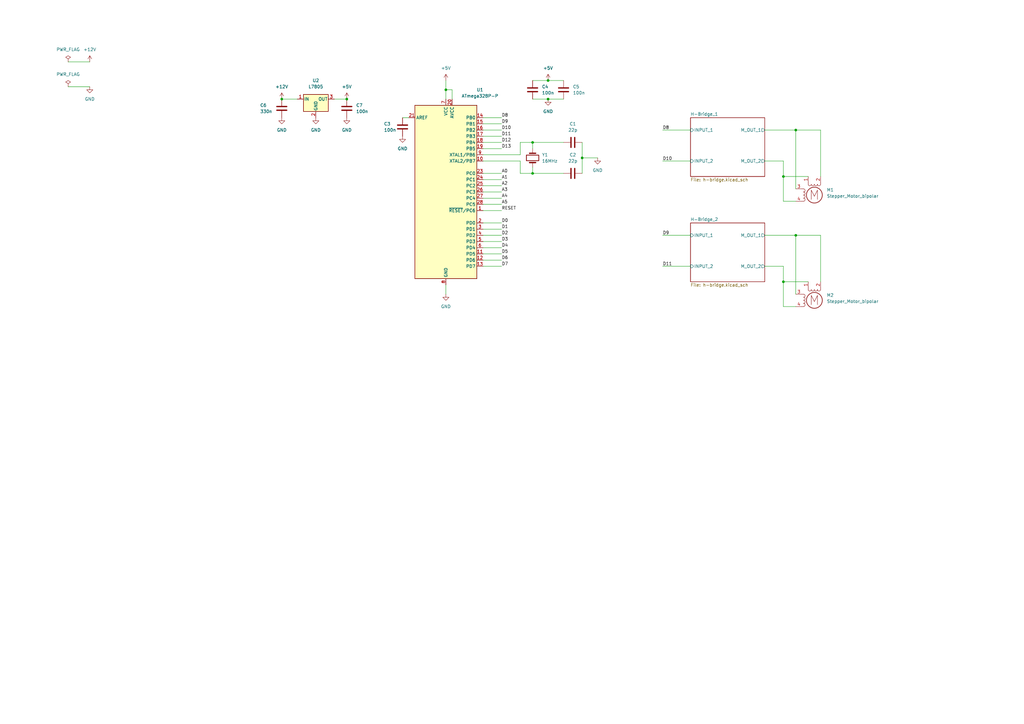
<source format=kicad_sch>
(kicad_sch (version 20211123) (generator eeschema)

  (uuid d309def6-0c19-4405-8b5c-88b42428802f)

  (paper "A3")

  (title_block
    (title "Conversione Integratore in TTY seriale")
    (rev "1")
    (company "WEEE Open")
  )

  (lib_symbols
    (symbol "Device:C" (pin_numbers hide) (pin_names (offset 0.254)) (in_bom yes) (on_board yes)
      (property "Reference" "C" (id 0) (at 0.635 2.54 0)
        (effects (font (size 1.27 1.27)) (justify left))
      )
      (property "Value" "C" (id 1) (at 0.635 -2.54 0)
        (effects (font (size 1.27 1.27)) (justify left))
      )
      (property "Footprint" "" (id 2) (at 0.9652 -3.81 0)
        (effects (font (size 1.27 1.27)) hide)
      )
      (property "Datasheet" "~" (id 3) (at 0 0 0)
        (effects (font (size 1.27 1.27)) hide)
      )
      (property "ki_keywords" "cap capacitor" (id 4) (at 0 0 0)
        (effects (font (size 1.27 1.27)) hide)
      )
      (property "ki_description" "Unpolarized capacitor" (id 5) (at 0 0 0)
        (effects (font (size 1.27 1.27)) hide)
      )
      (property "ki_fp_filters" "C_*" (id 6) (at 0 0 0)
        (effects (font (size 1.27 1.27)) hide)
      )
      (symbol "C_0_1"
        (polyline
          (pts
            (xy -2.032 -0.762)
            (xy 2.032 -0.762)
          )
          (stroke (width 0.508) (type default) (color 0 0 0 0))
          (fill (type none))
        )
        (polyline
          (pts
            (xy -2.032 0.762)
            (xy 2.032 0.762)
          )
          (stroke (width 0.508) (type default) (color 0 0 0 0))
          (fill (type none))
        )
      )
      (symbol "C_1_1"
        (pin passive line (at 0 3.81 270) (length 2.794)
          (name "~" (effects (font (size 1.27 1.27))))
          (number "1" (effects (font (size 1.27 1.27))))
        )
        (pin passive line (at 0 -3.81 90) (length 2.794)
          (name "~" (effects (font (size 1.27 1.27))))
          (number "2" (effects (font (size 1.27 1.27))))
        )
      )
    )
    (symbol "Device:Crystal" (pin_numbers hide) (pin_names (offset 1.016) hide) (in_bom yes) (on_board yes)
      (property "Reference" "Y" (id 0) (at 0 3.81 0)
        (effects (font (size 1.27 1.27)))
      )
      (property "Value" "Crystal" (id 1) (at 0 -3.81 0)
        (effects (font (size 1.27 1.27)))
      )
      (property "Footprint" "" (id 2) (at 0 0 0)
        (effects (font (size 1.27 1.27)) hide)
      )
      (property "Datasheet" "~" (id 3) (at 0 0 0)
        (effects (font (size 1.27 1.27)) hide)
      )
      (property "ki_keywords" "quartz ceramic resonator oscillator" (id 4) (at 0 0 0)
        (effects (font (size 1.27 1.27)) hide)
      )
      (property "ki_description" "Two pin crystal" (id 5) (at 0 0 0)
        (effects (font (size 1.27 1.27)) hide)
      )
      (property "ki_fp_filters" "Crystal*" (id 6) (at 0 0 0)
        (effects (font (size 1.27 1.27)) hide)
      )
      (symbol "Crystal_0_1"
        (rectangle (start -1.143 2.54) (end 1.143 -2.54)
          (stroke (width 0.3048) (type default) (color 0 0 0 0))
          (fill (type none))
        )
        (polyline
          (pts
            (xy -2.54 0)
            (xy -1.905 0)
          )
          (stroke (width 0) (type default) (color 0 0 0 0))
          (fill (type none))
        )
        (polyline
          (pts
            (xy -1.905 -1.27)
            (xy -1.905 1.27)
          )
          (stroke (width 0.508) (type default) (color 0 0 0 0))
          (fill (type none))
        )
        (polyline
          (pts
            (xy 1.905 -1.27)
            (xy 1.905 1.27)
          )
          (stroke (width 0.508) (type default) (color 0 0 0 0))
          (fill (type none))
        )
        (polyline
          (pts
            (xy 2.54 0)
            (xy 1.905 0)
          )
          (stroke (width 0) (type default) (color 0 0 0 0))
          (fill (type none))
        )
      )
      (symbol "Crystal_1_1"
        (pin passive line (at -3.81 0 0) (length 1.27)
          (name "1" (effects (font (size 1.27 1.27))))
          (number "1" (effects (font (size 1.27 1.27))))
        )
        (pin passive line (at 3.81 0 180) (length 1.27)
          (name "2" (effects (font (size 1.27 1.27))))
          (number "2" (effects (font (size 1.27 1.27))))
        )
      )
    )
    (symbol "MCU_Microchip_ATmega:ATmega328P-P" (in_bom yes) (on_board yes)
      (property "Reference" "U" (id 0) (at -12.7 36.83 0)
        (effects (font (size 1.27 1.27)) (justify left bottom))
      )
      (property "Value" "ATmega328P-P" (id 1) (at 2.54 -36.83 0)
        (effects (font (size 1.27 1.27)) (justify left top))
      )
      (property "Footprint" "Package_DIP:DIP-28_W7.62mm" (id 2) (at 0 0 0)
        (effects (font (size 1.27 1.27) italic) hide)
      )
      (property "Datasheet" "http://ww1.microchip.com/downloads/en/DeviceDoc/ATmega328_P%20AVR%20MCU%20with%20picoPower%20Technology%20Data%20Sheet%2040001984A.pdf" (id 3) (at 0 0 0)
        (effects (font (size 1.27 1.27)) hide)
      )
      (property "ki_keywords" "AVR 8bit Microcontroller MegaAVR PicoPower" (id 4) (at 0 0 0)
        (effects (font (size 1.27 1.27)) hide)
      )
      (property "ki_description" "20MHz, 32kB Flash, 2kB SRAM, 1kB EEPROM, DIP-28" (id 5) (at 0 0 0)
        (effects (font (size 1.27 1.27)) hide)
      )
      (property "ki_fp_filters" "DIP*W7.62mm*" (id 6) (at 0 0 0)
        (effects (font (size 1.27 1.27)) hide)
      )
      (symbol "ATmega328P-P_0_1"
        (rectangle (start -12.7 -35.56) (end 12.7 35.56)
          (stroke (width 0.254) (type default) (color 0 0 0 0))
          (fill (type background))
        )
      )
      (symbol "ATmega328P-P_1_1"
        (pin bidirectional line (at 15.24 -7.62 180) (length 2.54)
          (name "~{RESET}/PC6" (effects (font (size 1.27 1.27))))
          (number "1" (effects (font (size 1.27 1.27))))
        )
        (pin bidirectional line (at 15.24 12.7 180) (length 2.54)
          (name "XTAL2/PB7" (effects (font (size 1.27 1.27))))
          (number "10" (effects (font (size 1.27 1.27))))
        )
        (pin bidirectional line (at 15.24 -25.4 180) (length 2.54)
          (name "PD5" (effects (font (size 1.27 1.27))))
          (number "11" (effects (font (size 1.27 1.27))))
        )
        (pin bidirectional line (at 15.24 -27.94 180) (length 2.54)
          (name "PD6" (effects (font (size 1.27 1.27))))
          (number "12" (effects (font (size 1.27 1.27))))
        )
        (pin bidirectional line (at 15.24 -30.48 180) (length 2.54)
          (name "PD7" (effects (font (size 1.27 1.27))))
          (number "13" (effects (font (size 1.27 1.27))))
        )
        (pin bidirectional line (at 15.24 30.48 180) (length 2.54)
          (name "PB0" (effects (font (size 1.27 1.27))))
          (number "14" (effects (font (size 1.27 1.27))))
        )
        (pin bidirectional line (at 15.24 27.94 180) (length 2.54)
          (name "PB1" (effects (font (size 1.27 1.27))))
          (number "15" (effects (font (size 1.27 1.27))))
        )
        (pin bidirectional line (at 15.24 25.4 180) (length 2.54)
          (name "PB2" (effects (font (size 1.27 1.27))))
          (number "16" (effects (font (size 1.27 1.27))))
        )
        (pin bidirectional line (at 15.24 22.86 180) (length 2.54)
          (name "PB3" (effects (font (size 1.27 1.27))))
          (number "17" (effects (font (size 1.27 1.27))))
        )
        (pin bidirectional line (at 15.24 20.32 180) (length 2.54)
          (name "PB4" (effects (font (size 1.27 1.27))))
          (number "18" (effects (font (size 1.27 1.27))))
        )
        (pin bidirectional line (at 15.24 17.78 180) (length 2.54)
          (name "PB5" (effects (font (size 1.27 1.27))))
          (number "19" (effects (font (size 1.27 1.27))))
        )
        (pin bidirectional line (at 15.24 -12.7 180) (length 2.54)
          (name "PD0" (effects (font (size 1.27 1.27))))
          (number "2" (effects (font (size 1.27 1.27))))
        )
        (pin power_in line (at 2.54 38.1 270) (length 2.54)
          (name "AVCC" (effects (font (size 1.27 1.27))))
          (number "20" (effects (font (size 1.27 1.27))))
        )
        (pin passive line (at -15.24 30.48 0) (length 2.54)
          (name "AREF" (effects (font (size 1.27 1.27))))
          (number "21" (effects (font (size 1.27 1.27))))
        )
        (pin passive line (at 0 -38.1 90) (length 2.54) hide
          (name "GND" (effects (font (size 1.27 1.27))))
          (number "22" (effects (font (size 1.27 1.27))))
        )
        (pin bidirectional line (at 15.24 7.62 180) (length 2.54)
          (name "PC0" (effects (font (size 1.27 1.27))))
          (number "23" (effects (font (size 1.27 1.27))))
        )
        (pin bidirectional line (at 15.24 5.08 180) (length 2.54)
          (name "PC1" (effects (font (size 1.27 1.27))))
          (number "24" (effects (font (size 1.27 1.27))))
        )
        (pin bidirectional line (at 15.24 2.54 180) (length 2.54)
          (name "PC2" (effects (font (size 1.27 1.27))))
          (number "25" (effects (font (size 1.27 1.27))))
        )
        (pin bidirectional line (at 15.24 0 180) (length 2.54)
          (name "PC3" (effects (font (size 1.27 1.27))))
          (number "26" (effects (font (size 1.27 1.27))))
        )
        (pin bidirectional line (at 15.24 -2.54 180) (length 2.54)
          (name "PC4" (effects (font (size 1.27 1.27))))
          (number "27" (effects (font (size 1.27 1.27))))
        )
        (pin bidirectional line (at 15.24 -5.08 180) (length 2.54)
          (name "PC5" (effects (font (size 1.27 1.27))))
          (number "28" (effects (font (size 1.27 1.27))))
        )
        (pin bidirectional line (at 15.24 -15.24 180) (length 2.54)
          (name "PD1" (effects (font (size 1.27 1.27))))
          (number "3" (effects (font (size 1.27 1.27))))
        )
        (pin bidirectional line (at 15.24 -17.78 180) (length 2.54)
          (name "PD2" (effects (font (size 1.27 1.27))))
          (number "4" (effects (font (size 1.27 1.27))))
        )
        (pin bidirectional line (at 15.24 -20.32 180) (length 2.54)
          (name "PD3" (effects (font (size 1.27 1.27))))
          (number "5" (effects (font (size 1.27 1.27))))
        )
        (pin bidirectional line (at 15.24 -22.86 180) (length 2.54)
          (name "PD4" (effects (font (size 1.27 1.27))))
          (number "6" (effects (font (size 1.27 1.27))))
        )
        (pin power_in line (at 0 38.1 270) (length 2.54)
          (name "VCC" (effects (font (size 1.27 1.27))))
          (number "7" (effects (font (size 1.27 1.27))))
        )
        (pin power_in line (at 0 -38.1 90) (length 2.54)
          (name "GND" (effects (font (size 1.27 1.27))))
          (number "8" (effects (font (size 1.27 1.27))))
        )
        (pin bidirectional line (at 15.24 15.24 180) (length 2.54)
          (name "XTAL1/PB6" (effects (font (size 1.27 1.27))))
          (number "9" (effects (font (size 1.27 1.27))))
        )
      )
    )
    (symbol "Motor:Stepper_Motor_bipolar" (pin_names (offset 0) hide) (in_bom yes) (on_board yes)
      (property "Reference" "M" (id 0) (at 3.81 2.54 0)
        (effects (font (size 1.27 1.27)) (justify left))
      )
      (property "Value" "Stepper_Motor_bipolar" (id 1) (at 3.81 1.27 0)
        (effects (font (size 1.27 1.27)) (justify left top))
      )
      (property "Footprint" "" (id 2) (at 0.254 -0.254 0)
        (effects (font (size 1.27 1.27)) hide)
      )
      (property "Datasheet" "http://www.infineon.com/dgdl/Application-Note-TLE8110EE_driving_UniPolarStepperMotor_V1.1.pdf?fileId=db3a30431be39b97011be5d0aa0a00b0" (id 3) (at 0.254 -0.254 0)
        (effects (font (size 1.27 1.27)) hide)
      )
      (property "ki_keywords" "bipolar stepper motor" (id 4) (at 0 0 0)
        (effects (font (size 1.27 1.27)) hide)
      )
      (property "ki_description" "4-wire bipolar stepper motor" (id 5) (at 0 0 0)
        (effects (font (size 1.27 1.27)) hide)
      )
      (property "ki_fp_filters" "PinHeader*P2.54mm*Vertical* TerminalBlock* Motor*" (id 6) (at 0 0 0)
        (effects (font (size 1.27 1.27)) hide)
      )
      (symbol "Stepper_Motor_bipolar_0_0"
        (polyline
          (pts
            (xy -1.27 -1.778)
            (xy -1.27 2.032)
            (xy 0 -0.508)
            (xy 1.27 2.032)
            (xy 1.27 -1.778)
          )
          (stroke (width 0) (type default) (color 0 0 0 0))
          (fill (type none))
        )
      )
      (symbol "Stepper_Motor_bipolar_0_1"
        (arc (start -4.445 -2.54) (mid -3.81 -1.905) (end -4.445 -1.27)
          (stroke (width 0) (type default) (color 0 0 0 0))
          (fill (type none))
        )
        (arc (start -4.445 -1.27) (mid -3.81 -0.635) (end -4.445 0)
          (stroke (width 0) (type default) (color 0 0 0 0))
          (fill (type none))
        )
        (arc (start -4.445 0) (mid -3.81 0.635) (end -4.445 1.27)
          (stroke (width 0) (type default) (color 0 0 0 0))
          (fill (type none))
        )
        (arc (start -4.445 1.27) (mid -3.81 1.905) (end -4.445 2.54)
          (stroke (width 0) (type default) (color 0 0 0 0))
          (fill (type none))
        )
        (arc (start -2.54 4.445) (mid -1.905 3.81) (end -1.27 4.445)
          (stroke (width 0) (type default) (color 0 0 0 0))
          (fill (type none))
        )
        (arc (start -1.27 4.445) (mid -0.635 3.81) (end 0 4.445)
          (stroke (width 0) (type default) (color 0 0 0 0))
          (fill (type none))
        )
        (polyline
          (pts
            (xy -5.08 -2.54)
            (xy -4.445 -2.54)
          )
          (stroke (width 0) (type default) (color 0 0 0 0))
          (fill (type none))
        )
        (polyline
          (pts
            (xy -5.08 2.54)
            (xy -4.445 2.54)
          )
          (stroke (width 0) (type default) (color 0 0 0 0))
          (fill (type none))
        )
        (polyline
          (pts
            (xy -2.54 5.08)
            (xy -2.54 4.445)
          )
          (stroke (width 0) (type default) (color 0 0 0 0))
          (fill (type none))
        )
        (polyline
          (pts
            (xy 2.54 5.08)
            (xy 2.54 4.445)
          )
          (stroke (width 0) (type default) (color 0 0 0 0))
          (fill (type none))
        )
        (circle (center 0 0) (radius 3.2512)
          (stroke (width 0.254) (type default) (color 0 0 0 0))
          (fill (type none))
        )
        (arc (start 0 4.445) (mid 0.635 3.81) (end 1.27 4.445)
          (stroke (width 0) (type default) (color 0 0 0 0))
          (fill (type none))
        )
        (arc (start 1.27 4.445) (mid 1.905 3.81) (end 2.54 4.445)
          (stroke (width 0) (type default) (color 0 0 0 0))
          (fill (type none))
        )
      )
      (symbol "Stepper_Motor_bipolar_1_1"
        (pin passive line (at -2.54 7.62 270) (length 2.54)
          (name "~" (effects (font (size 1.27 1.27))))
          (number "1" (effects (font (size 1.27 1.27))))
        )
        (pin passive line (at 2.54 7.62 270) (length 2.54)
          (name "-" (effects (font (size 1.27 1.27))))
          (number "2" (effects (font (size 1.27 1.27))))
        )
        (pin passive line (at -7.62 2.54 0) (length 2.54)
          (name "~" (effects (font (size 1.27 1.27))))
          (number "3" (effects (font (size 1.27 1.27))))
        )
        (pin passive line (at -7.62 -2.54 0) (length 2.54)
          (name "~" (effects (font (size 1.27 1.27))))
          (number "4" (effects (font (size 1.27 1.27))))
        )
      )
    )
    (symbol "Regulator_Linear:L7805" (pin_names (offset 0.254)) (in_bom yes) (on_board yes)
      (property "Reference" "U" (id 0) (at -3.81 3.175 0)
        (effects (font (size 1.27 1.27)))
      )
      (property "Value" "L7805" (id 1) (at 0 3.175 0)
        (effects (font (size 1.27 1.27)) (justify left))
      )
      (property "Footprint" "" (id 2) (at 0.635 -3.81 0)
        (effects (font (size 1.27 1.27) italic) (justify left) hide)
      )
      (property "Datasheet" "http://www.st.com/content/ccc/resource/technical/document/datasheet/41/4f/b3/b0/12/d4/47/88/CD00000444.pdf/files/CD00000444.pdf/jcr:content/translations/en.CD00000444.pdf" (id 3) (at 0 -1.27 0)
        (effects (font (size 1.27 1.27)) hide)
      )
      (property "ki_keywords" "Voltage Regulator 1.5A Positive" (id 4) (at 0 0 0)
        (effects (font (size 1.27 1.27)) hide)
      )
      (property "ki_description" "Positive 1.5A 35V Linear Regulator, Fixed Output 5V, TO-220/TO-263/TO-252" (id 5) (at 0 0 0)
        (effects (font (size 1.27 1.27)) hide)
      )
      (property "ki_fp_filters" "TO?252* TO?263* TO?220*" (id 6) (at 0 0 0)
        (effects (font (size 1.27 1.27)) hide)
      )
      (symbol "L7805_0_1"
        (rectangle (start -5.08 1.905) (end 5.08 -5.08)
          (stroke (width 0.254) (type default) (color 0 0 0 0))
          (fill (type background))
        )
      )
      (symbol "L7805_1_1"
        (pin power_in line (at -7.62 0 0) (length 2.54)
          (name "IN" (effects (font (size 1.27 1.27))))
          (number "1" (effects (font (size 1.27 1.27))))
        )
        (pin power_in line (at 0 -7.62 90) (length 2.54)
          (name "GND" (effects (font (size 1.27 1.27))))
          (number "2" (effects (font (size 1.27 1.27))))
        )
        (pin power_out line (at 7.62 0 180) (length 2.54)
          (name "OUT" (effects (font (size 1.27 1.27))))
          (number "3" (effects (font (size 1.27 1.27))))
        )
      )
    )
    (symbol "Stepper_Motor_bipolar_1" (pin_names (offset 0) hide) (in_bom yes) (on_board yes)
      (property "Reference" "M" (id 0) (at 3.81 2.54 0)
        (effects (font (size 1.27 1.27)) (justify left))
      )
      (property "Value" "Stepper_Motor_bipolar_1" (id 1) (at 3.81 1.27 0)
        (effects (font (size 1.27 1.27)) (justify left top))
      )
      (property "Footprint" "" (id 2) (at 0.254 -0.254 0)
        (effects (font (size 1.27 1.27)) hide)
      )
      (property "Datasheet" "http://www.infineon.com/dgdl/Application-Note-TLE8110EE_driving_UniPolarStepperMotor_V1.1.pdf?fileId=db3a30431be39b97011be5d0aa0a00b0" (id 3) (at 0.254 -0.254 0)
        (effects (font (size 1.27 1.27)) hide)
      )
      (property "ki_keywords" "bipolar stepper motor" (id 4) (at 0 0 0)
        (effects (font (size 1.27 1.27)) hide)
      )
      (property "ki_description" "4-wire bipolar stepper motor" (id 5) (at 0 0 0)
        (effects (font (size 1.27 1.27)) hide)
      )
      (property "ki_fp_filters" "PinHeader*P2.54mm*Vertical* TerminalBlock* Motor*" (id 6) (at 0 0 0)
        (effects (font (size 1.27 1.27)) hide)
      )
      (symbol "Stepper_Motor_bipolar_1_0_0"
        (polyline
          (pts
            (xy -1.27 -1.778)
            (xy -1.27 2.032)
            (xy 0 -0.508)
            (xy 1.27 2.032)
            (xy 1.27 -1.778)
          )
          (stroke (width 0) (type default) (color 0 0 0 0))
          (fill (type none))
        )
      )
      (symbol "Stepper_Motor_bipolar_1_0_1"
        (arc (start -4.445 -2.54) (mid -3.81 -1.905) (end -4.445 -1.27)
          (stroke (width 0) (type default) (color 0 0 0 0))
          (fill (type none))
        )
        (arc (start -4.445 -1.27) (mid -3.81 -0.635) (end -4.445 0)
          (stroke (width 0) (type default) (color 0 0 0 0))
          (fill (type none))
        )
        (arc (start -4.445 0) (mid -3.81 0.635) (end -4.445 1.27)
          (stroke (width 0) (type default) (color 0 0 0 0))
          (fill (type none))
        )
        (arc (start -4.445 1.27) (mid -3.81 1.905) (end -4.445 2.54)
          (stroke (width 0) (type default) (color 0 0 0 0))
          (fill (type none))
        )
        (arc (start -2.54 4.445) (mid -1.905 3.81) (end -1.27 4.445)
          (stroke (width 0) (type default) (color 0 0 0 0))
          (fill (type none))
        )
        (arc (start -1.27 4.445) (mid -0.635 3.81) (end 0 4.445)
          (stroke (width 0) (type default) (color 0 0 0 0))
          (fill (type none))
        )
        (polyline
          (pts
            (xy -5.08 -2.54)
            (xy -4.445 -2.54)
          )
          (stroke (width 0) (type default) (color 0 0 0 0))
          (fill (type none))
        )
        (polyline
          (pts
            (xy -5.08 2.54)
            (xy -4.445 2.54)
          )
          (stroke (width 0) (type default) (color 0 0 0 0))
          (fill (type none))
        )
        (polyline
          (pts
            (xy -2.54 5.08)
            (xy -2.54 4.445)
          )
          (stroke (width 0) (type default) (color 0 0 0 0))
          (fill (type none))
        )
        (polyline
          (pts
            (xy 2.54 5.08)
            (xy 2.54 4.445)
          )
          (stroke (width 0) (type default) (color 0 0 0 0))
          (fill (type none))
        )
        (circle (center 0 0) (radius 3.2512)
          (stroke (width 0.254) (type default) (color 0 0 0 0))
          (fill (type none))
        )
        (arc (start 0 4.445) (mid 0.635 3.81) (end 1.27 4.445)
          (stroke (width 0) (type default) (color 0 0 0 0))
          (fill (type none))
        )
        (arc (start 1.27 4.445) (mid 1.905 3.81) (end 2.54 4.445)
          (stroke (width 0) (type default) (color 0 0 0 0))
          (fill (type none))
        )
      )
      (symbol "Stepper_Motor_bipolar_1_1_1"
        (pin passive line (at -2.54 7.62 270) (length 2.54)
          (name "~" (effects (font (size 1.27 1.27))))
          (number "1" (effects (font (size 1.27 1.27))))
        )
        (pin passive line (at 2.54 7.62 270) (length 2.54)
          (name "-" (effects (font (size 1.27 1.27))))
          (number "2" (effects (font (size 1.27 1.27))))
        )
        (pin passive line (at -7.62 2.54 0) (length 2.54)
          (name "~" (effects (font (size 1.27 1.27))))
          (number "3" (effects (font (size 1.27 1.27))))
        )
        (pin passive line (at -7.62 -2.54 0) (length 2.54)
          (name "~" (effects (font (size 1.27 1.27))))
          (number "4" (effects (font (size 1.27 1.27))))
        )
      )
    )
    (symbol "power:+12V" (power) (pin_names (offset 0)) (in_bom yes) (on_board yes)
      (property "Reference" "#PWR" (id 0) (at 0 -3.81 0)
        (effects (font (size 1.27 1.27)) hide)
      )
      (property "Value" "+12V" (id 1) (at 0 3.556 0)
        (effects (font (size 1.27 1.27)))
      )
      (property "Footprint" "" (id 2) (at 0 0 0)
        (effects (font (size 1.27 1.27)) hide)
      )
      (property "Datasheet" "" (id 3) (at 0 0 0)
        (effects (font (size 1.27 1.27)) hide)
      )
      (property "ki_keywords" "power-flag" (id 4) (at 0 0 0)
        (effects (font (size 1.27 1.27)) hide)
      )
      (property "ki_description" "Power symbol creates a global label with name \"+12V\"" (id 5) (at 0 0 0)
        (effects (font (size 1.27 1.27)) hide)
      )
      (symbol "+12V_0_1"
        (polyline
          (pts
            (xy -0.762 1.27)
            (xy 0 2.54)
          )
          (stroke (width 0) (type default) (color 0 0 0 0))
          (fill (type none))
        )
        (polyline
          (pts
            (xy 0 0)
            (xy 0 2.54)
          )
          (stroke (width 0) (type default) (color 0 0 0 0))
          (fill (type none))
        )
        (polyline
          (pts
            (xy 0 2.54)
            (xy 0.762 1.27)
          )
          (stroke (width 0) (type default) (color 0 0 0 0))
          (fill (type none))
        )
      )
      (symbol "+12V_1_1"
        (pin power_in line (at 0 0 90) (length 0) hide
          (name "+12V" (effects (font (size 1.27 1.27))))
          (number "1" (effects (font (size 1.27 1.27))))
        )
      )
    )
    (symbol "power:+5V" (power) (pin_names (offset 0)) (in_bom yes) (on_board yes)
      (property "Reference" "#PWR" (id 0) (at 0 -3.81 0)
        (effects (font (size 1.27 1.27)) hide)
      )
      (property "Value" "+5V" (id 1) (at 0 3.556 0)
        (effects (font (size 1.27 1.27)))
      )
      (property "Footprint" "" (id 2) (at 0 0 0)
        (effects (font (size 1.27 1.27)) hide)
      )
      (property "Datasheet" "" (id 3) (at 0 0 0)
        (effects (font (size 1.27 1.27)) hide)
      )
      (property "ki_keywords" "power-flag" (id 4) (at 0 0 0)
        (effects (font (size 1.27 1.27)) hide)
      )
      (property "ki_description" "Power symbol creates a global label with name \"+5V\"" (id 5) (at 0 0 0)
        (effects (font (size 1.27 1.27)) hide)
      )
      (symbol "+5V_0_1"
        (polyline
          (pts
            (xy -0.762 1.27)
            (xy 0 2.54)
          )
          (stroke (width 0) (type default) (color 0 0 0 0))
          (fill (type none))
        )
        (polyline
          (pts
            (xy 0 0)
            (xy 0 2.54)
          )
          (stroke (width 0) (type default) (color 0 0 0 0))
          (fill (type none))
        )
        (polyline
          (pts
            (xy 0 2.54)
            (xy 0.762 1.27)
          )
          (stroke (width 0) (type default) (color 0 0 0 0))
          (fill (type none))
        )
      )
      (symbol "+5V_1_1"
        (pin power_in line (at 0 0 90) (length 0) hide
          (name "+5V" (effects (font (size 1.27 1.27))))
          (number "1" (effects (font (size 1.27 1.27))))
        )
      )
    )
    (symbol "power:GND" (power) (pin_names (offset 0)) (in_bom yes) (on_board yes)
      (property "Reference" "#PWR" (id 0) (at 0 -6.35 0)
        (effects (font (size 1.27 1.27)) hide)
      )
      (property "Value" "GND" (id 1) (at 0 -3.81 0)
        (effects (font (size 1.27 1.27)))
      )
      (property "Footprint" "" (id 2) (at 0 0 0)
        (effects (font (size 1.27 1.27)) hide)
      )
      (property "Datasheet" "" (id 3) (at 0 0 0)
        (effects (font (size 1.27 1.27)) hide)
      )
      (property "ki_keywords" "power-flag" (id 4) (at 0 0 0)
        (effects (font (size 1.27 1.27)) hide)
      )
      (property "ki_description" "Power symbol creates a global label with name \"GND\" , ground" (id 5) (at 0 0 0)
        (effects (font (size 1.27 1.27)) hide)
      )
      (symbol "GND_0_1"
        (polyline
          (pts
            (xy 0 0)
            (xy 0 -1.27)
            (xy 1.27 -1.27)
            (xy 0 -2.54)
            (xy -1.27 -1.27)
            (xy 0 -1.27)
          )
          (stroke (width 0) (type default) (color 0 0 0 0))
          (fill (type none))
        )
      )
      (symbol "GND_1_1"
        (pin power_in line (at 0 0 270) (length 0) hide
          (name "GND" (effects (font (size 1.27 1.27))))
          (number "1" (effects (font (size 1.27 1.27))))
        )
      )
    )
    (symbol "power:PWR_FLAG" (power) (pin_numbers hide) (pin_names (offset 0) hide) (in_bom yes) (on_board yes)
      (property "Reference" "#FLG" (id 0) (at 0 1.905 0)
        (effects (font (size 1.27 1.27)) hide)
      )
      (property "Value" "PWR_FLAG" (id 1) (at 0 3.81 0)
        (effects (font (size 1.27 1.27)))
      )
      (property "Footprint" "" (id 2) (at 0 0 0)
        (effects (font (size 1.27 1.27)) hide)
      )
      (property "Datasheet" "~" (id 3) (at 0 0 0)
        (effects (font (size 1.27 1.27)) hide)
      )
      (property "ki_keywords" "power-flag" (id 4) (at 0 0 0)
        (effects (font (size 1.27 1.27)) hide)
      )
      (property "ki_description" "Special symbol for telling ERC where power comes from" (id 5) (at 0 0 0)
        (effects (font (size 1.27 1.27)) hide)
      )
      (symbol "PWR_FLAG_0_0"
        (pin power_out line (at 0 0 90) (length 0)
          (name "pwr" (effects (font (size 1.27 1.27))))
          (number "1" (effects (font (size 1.27 1.27))))
        )
      )
      (symbol "PWR_FLAG_0_1"
        (polyline
          (pts
            (xy 0 0)
            (xy 0 1.27)
            (xy -1.016 1.905)
            (xy 0 2.54)
            (xy 1.016 1.905)
            (xy 0 1.27)
          )
          (stroke (width 0) (type default) (color 0 0 0 0))
          (fill (type none))
        )
      )
    )
  )

  (junction (at 326.39 53.34) (diameter 0) (color 0 0 0 0)
    (uuid 1896baf4-7ee5-4ab0-b9eb-168e4ebf8550)
  )
  (junction (at 142.24 40.64) (diameter 0) (color 0 0 0 0)
    (uuid 2a9cfe59-bd71-4903-bfcd-9157147c9ad4)
  )
  (junction (at 218.44 58.42) (diameter 0) (color 0 0 0 0)
    (uuid 36a7766c-bf1b-4589-83db-865c01462190)
  )
  (junction (at 238.76 64.77) (diameter 0) (color 0 0 0 0)
    (uuid 391aeda5-f09c-441c-8618-fb75533f510d)
  )
  (junction (at 326.39 96.52) (diameter 0) (color 0 0 0 0)
    (uuid 3e10df84-0d4b-4e11-8244-9efffa4517a0)
  )
  (junction (at 224.79 33.02) (diameter 0) (color 0 0 0 0)
    (uuid 517c5d03-22cb-44f3-a0bd-eb7de0e01ce3)
  )
  (junction (at 224.79 40.64) (diameter 0) (color 0 0 0 0)
    (uuid 5aeb8a62-45ae-483e-b600-75c2792c7d52)
  )
  (junction (at 321.31 115.57) (diameter 0) (color 0 0 0 0)
    (uuid 7f530a9c-7fb1-4398-88b1-5218bc447ad5)
  )
  (junction (at 218.44 71.12) (diameter 0) (color 0 0 0 0)
    (uuid 85a6315e-3c55-4d05-8b71-8bfa9a579d0f)
  )
  (junction (at 321.31 72.39) (diameter 0) (color 0 0 0 0)
    (uuid ece1a176-9c6a-48c1-b790-7b16e4426021)
  )
  (junction (at 182.88 36.83) (diameter 0) (color 0 0 0 0)
    (uuid f2139f0e-92c3-40ea-9978-aaf6c4a295cb)
  )
  (junction (at 115.57 40.64) (diameter 0) (color 0 0 0 0)
    (uuid f438ba28-a46f-4baa-8d0f-9e8de5467f88)
  )

  (wire (pts (xy 182.88 120.65) (xy 182.88 116.84))
    (stroke (width 0) (type default) (color 0 0 0 0))
    (uuid 01c59938-49ba-4982-a415-5f72cb56f511)
  )
  (wire (pts (xy 198.12 101.6) (xy 205.74 101.6))
    (stroke (width 0) (type default) (color 0 0 0 0))
    (uuid 0313fd7d-fb38-4549-940e-c8db9e4640ac)
  )
  (wire (pts (xy 321.31 72.39) (xy 321.31 66.04))
    (stroke (width 0) (type default) (color 0 0 0 0))
    (uuid 058e7bd5-8508-41c6-badf-7e73975f29b8)
  )
  (wire (pts (xy 218.44 71.12) (xy 231.14 71.12))
    (stroke (width 0) (type default) (color 0 0 0 0))
    (uuid 05bd2672-003a-4389-b0d0-0abd480d03bc)
  )
  (wire (pts (xy 198.12 50.8) (xy 205.74 50.8))
    (stroke (width 0) (type default) (color 0 0 0 0))
    (uuid 0be0d9d4-63cb-4cbf-bd46-af27799819d3)
  )
  (wire (pts (xy 213.36 63.5) (xy 213.36 58.42))
    (stroke (width 0) (type default) (color 0 0 0 0))
    (uuid 0d664560-d28d-498b-aef6-2107ad32bd8d)
  )
  (wire (pts (xy 182.88 33.02) (xy 182.88 36.83))
    (stroke (width 0) (type default) (color 0 0 0 0))
    (uuid 1025b619-5536-4c67-9745-b434ca503274)
  )
  (wire (pts (xy 313.69 66.04) (xy 321.31 66.04))
    (stroke (width 0) (type default) (color 0 0 0 0))
    (uuid 1214e4cb-aeb6-4150-9105-c3a228ed63db)
  )
  (wire (pts (xy 167.64 48.26) (xy 165.1 48.26))
    (stroke (width 0) (type default) (color 0 0 0 0))
    (uuid 17f7206a-e6a5-48e1-89c2-0edf96d2e3c6)
  )
  (wire (pts (xy 321.31 115.57) (xy 331.47 115.57))
    (stroke (width 0) (type default) (color 0 0 0 0))
    (uuid 1abb4572-e259-4d8b-91f4-4c514284917c)
  )
  (wire (pts (xy 218.44 71.12) (xy 218.44 68.58))
    (stroke (width 0) (type default) (color 0 0 0 0))
    (uuid 1d082840-8e71-40ac-980c-3a9bea6b9721)
  )
  (wire (pts (xy 115.57 40.64) (xy 121.92 40.64))
    (stroke (width 0) (type default) (color 0 0 0 0))
    (uuid 1f476c2e-b9e6-4926-b842-9b83e86f27ad)
  )
  (wire (pts (xy 321.31 125.73) (xy 326.39 125.73))
    (stroke (width 0) (type default) (color 0 0 0 0))
    (uuid 2159a319-c06e-4552-a7a2-49614ad4ee5a)
  )
  (wire (pts (xy 213.36 66.04) (xy 213.36 71.12))
    (stroke (width 0) (type default) (color 0 0 0 0))
    (uuid 293e886d-db1a-4b11-bb68-572df3d22307)
  )
  (wire (pts (xy 182.88 36.83) (xy 182.88 40.64))
    (stroke (width 0) (type default) (color 0 0 0 0))
    (uuid 2a443f01-ae24-4926-8925-0dcc28bcca15)
  )
  (wire (pts (xy 326.39 96.52) (xy 326.39 120.65))
    (stroke (width 0) (type default) (color 0 0 0 0))
    (uuid 2e621d98-fa42-483b-a53c-52ac7f4285e2)
  )
  (wire (pts (xy 27.94 35.56) (xy 36.83 35.56))
    (stroke (width 0) (type default) (color 0 0 0 0))
    (uuid 3504dc78-2f7b-4bcd-a909-1352ebc97444)
  )
  (wire (pts (xy 185.42 40.64) (xy 185.42 36.83))
    (stroke (width 0) (type default) (color 0 0 0 0))
    (uuid 3c7f6eb3-48f7-44b9-8e17-de87d447fe44)
  )
  (wire (pts (xy 198.12 55.88) (xy 205.74 55.88))
    (stroke (width 0) (type default) (color 0 0 0 0))
    (uuid 3dd24a11-18be-44ec-9a4d-b0132b5ede73)
  )
  (wire (pts (xy 336.55 96.52) (xy 326.39 96.52))
    (stroke (width 0) (type default) (color 0 0 0 0))
    (uuid 3ec33be3-684b-4b26-a45a-4ea9b47158e6)
  )
  (wire (pts (xy 238.76 58.42) (xy 238.76 64.77))
    (stroke (width 0) (type default) (color 0 0 0 0))
    (uuid 3f654e56-fff5-4e92-98f9-8e65b53b8e5e)
  )
  (wire (pts (xy 198.12 99.06) (xy 205.74 99.06))
    (stroke (width 0) (type default) (color 0 0 0 0))
    (uuid 4431e153-0012-469a-9639-511e07a50bb7)
  )
  (wire (pts (xy 198.12 104.14) (xy 205.74 104.14))
    (stroke (width 0) (type default) (color 0 0 0 0))
    (uuid 472f32cc-d971-41f6-a94d-c7d511cf3a9a)
  )
  (wire (pts (xy 198.12 66.04) (xy 213.36 66.04))
    (stroke (width 0) (type default) (color 0 0 0 0))
    (uuid 4bcd8342-3a4f-4df1-954e-cfe25ed4b751)
  )
  (wire (pts (xy 271.78 53.34) (xy 283.21 53.34))
    (stroke (width 0) (type default) (color 0 0 0 0))
    (uuid 4c5a7003-5844-4e61-a682-da17ed322c04)
  )
  (wire (pts (xy 336.55 53.34) (xy 326.39 53.34))
    (stroke (width 0) (type default) (color 0 0 0 0))
    (uuid 4cb493bd-60bc-4d08-9302-ea1cb53a95cc)
  )
  (wire (pts (xy 321.31 115.57) (xy 321.31 109.22))
    (stroke (width 0) (type default) (color 0 0 0 0))
    (uuid 515cf222-9033-493b-87c2-eb475368881f)
  )
  (wire (pts (xy 198.12 53.34) (xy 205.74 53.34))
    (stroke (width 0) (type default) (color 0 0 0 0))
    (uuid 51790892-5272-4709-8cac-487d3f43c52d)
  )
  (wire (pts (xy 198.12 93.98) (xy 205.74 93.98))
    (stroke (width 0) (type default) (color 0 0 0 0))
    (uuid 56a01c43-6ffc-44d2-9983-c00b68fb248a)
  )
  (wire (pts (xy 224.79 33.02) (xy 231.14 33.02))
    (stroke (width 0) (type default) (color 0 0 0 0))
    (uuid 5936b847-737c-4d59-80b4-91f11ce6be3e)
  )
  (wire (pts (xy 218.44 33.02) (xy 224.79 33.02))
    (stroke (width 0) (type default) (color 0 0 0 0))
    (uuid 5d1e708c-e3be-40d3-bb56-c9cf7725967a)
  )
  (wire (pts (xy 326.39 53.34) (xy 313.69 53.34))
    (stroke (width 0) (type default) (color 0 0 0 0))
    (uuid 5dfd3efd-a1da-486b-ae25-6936d9c02b30)
  )
  (wire (pts (xy 198.12 48.26) (xy 205.74 48.26))
    (stroke (width 0) (type default) (color 0 0 0 0))
    (uuid 60a4063e-031d-4ef8-89fb-480a10659d45)
  )
  (wire (pts (xy 198.12 96.52) (xy 205.74 96.52))
    (stroke (width 0) (type default) (color 0 0 0 0))
    (uuid 64f19b1b-1c86-4fe3-a35c-f6e24519624b)
  )
  (wire (pts (xy 185.42 36.83) (xy 182.88 36.83))
    (stroke (width 0) (type default) (color 0 0 0 0))
    (uuid 6a345231-5f6e-499b-b922-82927501856f)
  )
  (wire (pts (xy 218.44 58.42) (xy 231.14 58.42))
    (stroke (width 0) (type default) (color 0 0 0 0))
    (uuid 6d0b17c2-fc68-4de0-be45-c1de859d6907)
  )
  (wire (pts (xy 238.76 64.77) (xy 238.76 71.12))
    (stroke (width 0) (type default) (color 0 0 0 0))
    (uuid 762d6f1e-8874-4a85-a0fa-eef565772b3d)
  )
  (wire (pts (xy 198.12 81.28) (xy 205.74 81.28))
    (stroke (width 0) (type default) (color 0 0 0 0))
    (uuid 780bf601-dddd-42a3-99e7-b81d014d250d)
  )
  (wire (pts (xy 271.78 109.22) (xy 283.21 109.22))
    (stroke (width 0) (type default) (color 0 0 0 0))
    (uuid 796c13c2-2669-48b6-b3e3-ac09cc74b3b9)
  )
  (wire (pts (xy 218.44 58.42) (xy 218.44 60.96))
    (stroke (width 0) (type default) (color 0 0 0 0))
    (uuid 7a9e59b0-d418-48bd-9327-0ab6c696db8a)
  )
  (wire (pts (xy 198.12 71.12) (xy 205.74 71.12))
    (stroke (width 0) (type default) (color 0 0 0 0))
    (uuid 7b3b2663-e02e-4894-ba3e-d4349ad5499b)
  )
  (wire (pts (xy 336.55 115.57) (xy 336.55 96.52))
    (stroke (width 0) (type default) (color 0 0 0 0))
    (uuid 7e0da91a-3892-4d82-9897-dbd3d4e3faf3)
  )
  (wire (pts (xy 198.12 76.2) (xy 205.74 76.2))
    (stroke (width 0) (type default) (color 0 0 0 0))
    (uuid 7e78d59a-809a-4245-8a35-7eb891e9d9e2)
  )
  (wire (pts (xy 27.94 25.4) (xy 36.83 25.4))
    (stroke (width 0) (type default) (color 0 0 0 0))
    (uuid 7f369762-0426-444b-9ae5-568d390bd4f0)
  )
  (wire (pts (xy 321.31 72.39) (xy 321.31 82.55))
    (stroke (width 0) (type default) (color 0 0 0 0))
    (uuid 86373a42-c19a-40ed-99a8-04af526189f5)
  )
  (wire (pts (xy 198.12 60.96) (xy 205.74 60.96))
    (stroke (width 0) (type default) (color 0 0 0 0))
    (uuid 8afef45c-456b-433b-b35d-0a616ff7651c)
  )
  (wire (pts (xy 198.12 63.5) (xy 213.36 63.5))
    (stroke (width 0) (type default) (color 0 0 0 0))
    (uuid 8f869ff5-35b4-49bb-86b9-7034f143ef5c)
  )
  (wire (pts (xy 271.78 66.04) (xy 283.21 66.04))
    (stroke (width 0) (type default) (color 0 0 0 0))
    (uuid 8fe5c0c7-69d8-446b-9640-771f7bd35322)
  )
  (wire (pts (xy 218.44 40.64) (xy 224.79 40.64))
    (stroke (width 0) (type default) (color 0 0 0 0))
    (uuid a4216a2e-dd51-4362-95d0-9149ea5f5aec)
  )
  (wire (pts (xy 313.69 109.22) (xy 321.31 109.22))
    (stroke (width 0) (type default) (color 0 0 0 0))
    (uuid aeb07153-9887-4e3a-8328-10e2d3201e38)
  )
  (wire (pts (xy 326.39 96.52) (xy 313.69 96.52))
    (stroke (width 0) (type default) (color 0 0 0 0))
    (uuid b6955e4d-5434-4087-acfd-bc97ee2749d7)
  )
  (wire (pts (xy 198.12 78.74) (xy 205.74 78.74))
    (stroke (width 0) (type default) (color 0 0 0 0))
    (uuid b98c601d-bbdb-4dd0-b214-0f8308fdfc75)
  )
  (wire (pts (xy 321.31 115.57) (xy 321.31 125.73))
    (stroke (width 0) (type default) (color 0 0 0 0))
    (uuid bdac8576-3c60-461d-929e-345209901fd0)
  )
  (wire (pts (xy 321.31 72.39) (xy 331.47 72.39))
    (stroke (width 0) (type default) (color 0 0 0 0))
    (uuid c4c66940-de5b-4a38-8356-d4ee3f0c73ce)
  )
  (wire (pts (xy 321.31 82.55) (xy 326.39 82.55))
    (stroke (width 0) (type default) (color 0 0 0 0))
    (uuid c7258172-4d0c-427c-9ca5-9e7aac24123f)
  )
  (wire (pts (xy 326.39 53.34) (xy 326.39 77.47))
    (stroke (width 0) (type default) (color 0 0 0 0))
    (uuid c836cf0d-9fbb-4df6-adbb-9aea2d960b75)
  )
  (wire (pts (xy 213.36 71.12) (xy 218.44 71.12))
    (stroke (width 0) (type default) (color 0 0 0 0))
    (uuid cffb1939-5597-487c-9916-ce1bd121a681)
  )
  (wire (pts (xy 238.76 64.77) (xy 245.11 64.77))
    (stroke (width 0) (type default) (color 0 0 0 0))
    (uuid d122546e-2dc0-4b61-b475-9ef6417b4781)
  )
  (wire (pts (xy 198.12 91.44) (xy 205.74 91.44))
    (stroke (width 0) (type default) (color 0 0 0 0))
    (uuid d1e318f4-ba47-4f8c-95a1-6f0f6db0adbf)
  )
  (wire (pts (xy 137.16 40.64) (xy 142.24 40.64))
    (stroke (width 0) (type default) (color 0 0 0 0))
    (uuid d326761d-4a21-4302-9a41-0ba926c3be7a)
  )
  (wire (pts (xy 198.12 86.36) (xy 205.74 86.36))
    (stroke (width 0) (type default) (color 0 0 0 0))
    (uuid d797a08a-9c37-4241-8f47-9bffcbe38b17)
  )
  (wire (pts (xy 198.12 106.68) (xy 205.74 106.68))
    (stroke (width 0) (type default) (color 0 0 0 0))
    (uuid dbca9804-34c6-4cb7-abb2-aeb3f937badb)
  )
  (wire (pts (xy 198.12 83.82) (xy 205.74 83.82))
    (stroke (width 0) (type default) (color 0 0 0 0))
    (uuid dce210b5-4a56-4396-a0cb-9125f134aac8)
  )
  (wire (pts (xy 198.12 109.22) (xy 205.74 109.22))
    (stroke (width 0) (type default) (color 0 0 0 0))
    (uuid dddf0987-b069-4898-83d5-9ab8410a97b8)
  )
  (wire (pts (xy 271.78 96.52) (xy 283.21 96.52))
    (stroke (width 0) (type default) (color 0 0 0 0))
    (uuid e1e22f23-0246-46ec-9bcb-047ae6fa5de4)
  )
  (wire (pts (xy 213.36 58.42) (xy 218.44 58.42))
    (stroke (width 0) (type default) (color 0 0 0 0))
    (uuid e66ee37e-665b-4a86-9b66-0db174a08b7c)
  )
  (wire (pts (xy 224.79 40.64) (xy 231.14 40.64))
    (stroke (width 0) (type default) (color 0 0 0 0))
    (uuid ea5a6063-1a67-47d7-963c-5f64d6f7caa8)
  )
  (wire (pts (xy 198.12 73.66) (xy 205.74 73.66))
    (stroke (width 0) (type default) (color 0 0 0 0))
    (uuid eb3ccb00-51c9-47d9-84f5-a1166512f63a)
  )
  (wire (pts (xy 336.55 72.39) (xy 336.55 53.34))
    (stroke (width 0) (type default) (color 0 0 0 0))
    (uuid f1e40965-261f-43fd-9640-0632cd46321f)
  )
  (wire (pts (xy 198.12 58.42) (xy 205.74 58.42))
    (stroke (width 0) (type default) (color 0 0 0 0))
    (uuid ff80bc7c-0e72-4cf5-a3a8-b47e6edf9d0c)
  )

  (label "A3" (at 205.74 78.74 0)
    (effects (font (size 1.27 1.27)) (justify left bottom))
    (uuid 115dc2b1-5a13-4a40-baf9-bfef17bdcc4f)
  )
  (label "D6" (at 205.74 106.68 0)
    (effects (font (size 1.27 1.27)) (justify left bottom))
    (uuid 12e67604-a870-46fa-a2d7-f8faa86f1735)
  )
  (label "A4" (at 205.74 81.28 0)
    (effects (font (size 1.27 1.27)) (justify left bottom))
    (uuid 137021c6-1098-46b5-911c-a4b13ad383a5)
  )
  (label "D12" (at 205.74 58.42 0)
    (effects (font (size 1.27 1.27)) (justify left bottom))
    (uuid 164f29b9-2536-408c-ac08-63a634b9e21a)
  )
  (label "D9" (at 205.74 50.8 0)
    (effects (font (size 1.27 1.27)) (justify left bottom))
    (uuid 1cb5240f-c36b-40ff-95c5-bf9286dee851)
  )
  (label "D11" (at 205.74 55.88 0)
    (effects (font (size 1.27 1.27)) (justify left bottom))
    (uuid 1e2827c4-76a7-484b-a6ff-57eff1d81e3f)
  )
  (label "D9" (at 271.78 96.52 0)
    (effects (font (size 1.27 1.27)) (justify left bottom))
    (uuid 28d20b94-5835-4426-b992-c55cdf6dbf04)
  )
  (label "D13" (at 205.74 60.96 0)
    (effects (font (size 1.27 1.27)) (justify left bottom))
    (uuid 2c6c6f24-f335-43e2-8b9e-3cfc4e5726d1)
  )
  (label "D0" (at 205.74 91.44 0)
    (effects (font (size 1.27 1.27)) (justify left bottom))
    (uuid 4674a821-f9a0-424c-80ab-9750e9316e6f)
  )
  (label "D10" (at 271.78 66.04 0)
    (effects (font (size 1.27 1.27)) (justify left bottom))
    (uuid 4bdb201e-d163-464d-a9cb-05c3b267a533)
  )
  (label "RESET" (at 205.74 86.36 0)
    (effects (font (size 1.27 1.27)) (justify left bottom))
    (uuid 5321a191-4a36-4245-909b-9427a1b9d431)
  )
  (label "D10" (at 205.74 53.34 0)
    (effects (font (size 1.27 1.27)) (justify left bottom))
    (uuid 5ee4a4ca-6547-4243-83fd-aff23efbb6d9)
  )
  (label "A2" (at 205.74 76.2 0)
    (effects (font (size 1.27 1.27)) (justify left bottom))
    (uuid 6c45d04b-c302-43d9-b2af-8faf1650e244)
  )
  (label "A0" (at 205.74 71.12 0)
    (effects (font (size 1.27 1.27)) (justify left bottom))
    (uuid 6e14b653-9009-43a9-8b9a-ecbb0e8e8985)
  )
  (label "D2" (at 205.74 96.52 0)
    (effects (font (size 1.27 1.27)) (justify left bottom))
    (uuid 7723a12a-08ad-45a8-b594-128c168a4bce)
  )
  (label "D7" (at 205.74 109.22 0)
    (effects (font (size 1.27 1.27)) (justify left bottom))
    (uuid 8b11e7ee-d405-4f08-83fd-2a4cb6466f7c)
  )
  (label "D3" (at 205.74 99.06 0)
    (effects (font (size 1.27 1.27)) (justify left bottom))
    (uuid 8f809aa5-60c4-44b3-9827-4533e2c71d95)
  )
  (label "D11" (at 271.78 109.22 0)
    (effects (font (size 1.27 1.27)) (justify left bottom))
    (uuid 976f287f-4a36-4c27-8f0e-e6d1a4a6b63f)
  )
  (label "A5" (at 205.74 83.82 0)
    (effects (font (size 1.27 1.27)) (justify left bottom))
    (uuid 9c3546bd-adeb-463d-a4c8-14594a59c507)
  )
  (label "D5" (at 205.74 104.14 0)
    (effects (font (size 1.27 1.27)) (justify left bottom))
    (uuid 9d726493-9994-46cf-9c45-9f5f94afb761)
  )
  (label "D4" (at 205.74 101.6 0)
    (effects (font (size 1.27 1.27)) (justify left bottom))
    (uuid a4af8858-68fe-4242-90f0-8dcec36eb77e)
  )
  (label "D8" (at 205.74 48.26 0)
    (effects (font (size 1.27 1.27)) (justify left bottom))
    (uuid ad1c47f4-2cf7-4284-af80-1ad0685aa4c5)
  )
  (label "A1" (at 205.74 73.66 0)
    (effects (font (size 1.27 1.27)) (justify left bottom))
    (uuid d24be61e-a63e-42d4-95d0-7276a7f51e3c)
  )
  (label "D1" (at 205.74 93.98 0)
    (effects (font (size 1.27 1.27)) (justify left bottom))
    (uuid e1de0632-637d-461a-9081-7a6851a05125)
  )
  (label "D8" (at 271.78 53.34 0)
    (effects (font (size 1.27 1.27)) (justify left bottom))
    (uuid ec663833-d62b-4859-9413-53097d7451ef)
  )

  (symbol (lib_id "power:GND") (at 182.88 120.65 0) (unit 1)
    (in_bom yes) (on_board yes) (fields_autoplaced)
    (uuid 04bb5c44-3aee-4efd-a73d-cf6b3fb96e5e)
    (property "Reference" "#PWR08" (id 0) (at 182.88 127 0)
      (effects (font (size 1.27 1.27)) hide)
    )
    (property "Value" "GND" (id 1) (at 182.88 125.73 0))
    (property "Footprint" "" (id 2) (at 182.88 120.65 0)
      (effects (font (size 1.27 1.27)) hide)
    )
    (property "Datasheet" "" (id 3) (at 182.88 120.65 0)
      (effects (font (size 1.27 1.27)) hide)
    )
    (pin "1" (uuid c9265930-8dbb-4860-9ba3-3835975878aa))
  )

  (symbol (lib_id "power:PWR_FLAG") (at 27.94 25.4 0) (unit 1)
    (in_bom yes) (on_board yes) (fields_autoplaced)
    (uuid 071fb00d-4ecb-4a8a-83fa-59a130fc2ea2)
    (property "Reference" "#FLG05" (id 0) (at 27.94 23.495 0)
      (effects (font (size 1.27 1.27)) hide)
    )
    (property "Value" "PWR_FLAG" (id 1) (at 27.94 20.32 0))
    (property "Footprint" "" (id 2) (at 27.94 25.4 0)
      (effects (font (size 1.27 1.27)) hide)
    )
    (property "Datasheet" "~" (id 3) (at 27.94 25.4 0)
      (effects (font (size 1.27 1.27)) hide)
    )
    (pin "1" (uuid ba3fd11b-eeff-4199-bfa8-8f9436fd62f5))
  )

  (symbol (lib_id "MCU_Microchip_ATmega:ATmega328P-P") (at 182.88 78.74 0) (unit 1)
    (in_bom yes) (on_board yes)
    (uuid 0cecb35e-7701-4513-981f-d1d8f00d01c3)
    (property "Reference" "U1" (id 0) (at 196.85 36.83 0))
    (property "Value" "ATmega328P-P" (id 1) (at 196.85 39.37 0))
    (property "Footprint" "Package_DIP:DIP-28_W7.62mm" (id 2) (at 182.88 78.74 0)
      (effects (font (size 1.27 1.27) italic) hide)
    )
    (property "Datasheet" "http://ww1.microchip.com/downloads/en/DeviceDoc/ATmega328_P%20AVR%20MCU%20with%20picoPower%20Technology%20Data%20Sheet%2040001984A.pdf" (id 3) (at 182.88 78.74 0)
      (effects (font (size 1.27 1.27)) hide)
    )
    (pin "1" (uuid 8aa75cef-75ae-490b-9918-5ebd9dc33b0d))
    (pin "10" (uuid 6e5f0ab1-09d0-488b-ac41-2759bb4e85ff))
    (pin "11" (uuid a99708e8-33bc-48e0-a93b-8ff705de4e43))
    (pin "12" (uuid 8dc88ff9-95ef-466a-8435-7b80181caea4))
    (pin "13" (uuid d2e63c63-ce34-4ec8-9bd6-72bceab88d21))
    (pin "14" (uuid 17467fd4-a1fb-41b0-9bc5-307b88d2abb8))
    (pin "15" (uuid e9fb2c04-46bc-4c5a-b7fe-1029e76bd498))
    (pin "16" (uuid 4d36dc49-7b11-42e3-87a5-25f0109947ef))
    (pin "17" (uuid 886bd43c-d866-42c4-be24-d52563ba5998))
    (pin "18" (uuid 5db98f9a-f6c3-48ba-8480-9a155444bf1e))
    (pin "19" (uuid d1fa8889-052d-4c20-9c4a-bacb4dfefbf3))
    (pin "2" (uuid 7d74d875-df18-40c6-a362-cfa3cd8601b2))
    (pin "20" (uuid 03f315b7-ed4b-426c-aecc-dee488a9943a))
    (pin "21" (uuid 4fd35240-085f-4dd8-96e9-7ed66266170b))
    (pin "22" (uuid 7d59f118-b96f-4d93-bffc-f600e5bc7d27))
    (pin "23" (uuid c95c2433-b6a4-48e4-b6e3-5c39d40703c8))
    (pin "24" (uuid 884c4592-ec20-47e6-98c4-1230f45b6ebe))
    (pin "25" (uuid ddb09f3e-78b5-441a-afa4-1d1e943a0ae1))
    (pin "26" (uuid c6e0a877-2065-4ef9-9b33-5489ffd9ae48))
    (pin "27" (uuid a149d066-0c35-4e48-98eb-9c4b61557b41))
    (pin "28" (uuid 6b85591a-6ac0-4c40-b910-9e7710737a59))
    (pin "3" (uuid 5bd781a2-13dd-4d3d-88a8-b5a3b7bb2912))
    (pin "4" (uuid df65c88d-e0b0-4a12-893c-2cc40e68d644))
    (pin "5" (uuid 61acd9c3-682f-4fc3-bea3-93f98f42a607))
    (pin "6" (uuid 89d2ba3b-ffab-400d-b3f3-a25134051f9b))
    (pin "7" (uuid 54169c09-1e7d-4670-8a88-5d8d93e91605))
    (pin "8" (uuid 4e5b67c4-d805-4c13-99d3-020ed8746e36))
    (pin "9" (uuid 708445cb-c3fa-4c0c-9dbd-1dc0ab0333c1))
  )

  (symbol (lib_id "power:GND") (at 142.24 48.26 0) (unit 1)
    (in_bom yes) (on_board yes) (fields_autoplaced)
    (uuid 1cecc9e1-2f8d-484f-b3c7-d0a1b958d4f5)
    (property "Reference" "#PWR0105" (id 0) (at 142.24 54.61 0)
      (effects (font (size 1.27 1.27)) hide)
    )
    (property "Value" "GND" (id 1) (at 142.24 53.34 0))
    (property "Footprint" "" (id 2) (at 142.24 48.26 0)
      (effects (font (size 1.27 1.27)) hide)
    )
    (property "Datasheet" "" (id 3) (at 142.24 48.26 0)
      (effects (font (size 1.27 1.27)) hide)
    )
    (pin "1" (uuid d3dec1a8-dd80-4432-a540-539d07f43920))
  )

  (symbol (lib_id "power:GND") (at 165.1 55.88 0) (unit 1)
    (in_bom yes) (on_board yes) (fields_autoplaced)
    (uuid 24be9801-4bd3-4091-9e70-3994059145a1)
    (property "Reference" "#PWR0104" (id 0) (at 165.1 62.23 0)
      (effects (font (size 1.27 1.27)) hide)
    )
    (property "Value" "GND" (id 1) (at 165.1 60.96 0))
    (property "Footprint" "" (id 2) (at 165.1 55.88 0)
      (effects (font (size 1.27 1.27)) hide)
    )
    (property "Datasheet" "" (id 3) (at 165.1 55.88 0)
      (effects (font (size 1.27 1.27)) hide)
    )
    (pin "1" (uuid 3c8359ae-e06b-4555-9509-28801224f3f7))
  )

  (symbol (lib_id "power:GND") (at 36.83 35.56 0) (unit 1)
    (in_bom yes) (on_board yes) (fields_autoplaced)
    (uuid 27205825-2d86-4f83-8db2-d694bc0be586)
    (property "Reference" "#PWR016" (id 0) (at 36.83 41.91 0)
      (effects (font (size 1.27 1.27)) hide)
    )
    (property "Value" "GND" (id 1) (at 36.83 40.64 0))
    (property "Footprint" "" (id 2) (at 36.83 35.56 0)
      (effects (font (size 1.27 1.27)) hide)
    )
    (property "Datasheet" "" (id 3) (at 36.83 35.56 0)
      (effects (font (size 1.27 1.27)) hide)
    )
    (pin "1" (uuid e83a97af-0e99-4d23-8c20-28ea23c29801))
  )

  (symbol (lib_id "Regulator_Linear:L7805") (at 129.54 40.64 0) (unit 1)
    (in_bom yes) (on_board yes) (fields_autoplaced)
    (uuid 287d5b38-bed2-468e-a37c-4150fbb92f50)
    (property "Reference" "U2" (id 0) (at 129.54 33.02 0))
    (property "Value" "L7805" (id 1) (at 129.54 35.56 0))
    (property "Footprint" "" (id 2) (at 130.175 44.45 0)
      (effects (font (size 1.27 1.27) italic) (justify left) hide)
    )
    (property "Datasheet" "http://www.st.com/content/ccc/resource/technical/document/datasheet/41/4f/b3/b0/12/d4/47/88/CD00000444.pdf/files/CD00000444.pdf/jcr:content/translations/en.CD00000444.pdf" (id 3) (at 129.54 41.91 0)
      (effects (font (size 1.27 1.27)) hide)
    )
    (pin "1" (uuid 85ff7909-fdf5-4c5f-84ab-0d29c2676bee))
    (pin "2" (uuid 15174e7b-bb63-4352-9875-3c5af8d73334))
    (pin "3" (uuid 2237c14b-e25a-4ddd-aab7-a83e0d323fa5))
  )

  (symbol (lib_id "power:GND") (at 115.57 48.26 0) (unit 1)
    (in_bom yes) (on_board yes) (fields_autoplaced)
    (uuid 413e72f5-4b3c-4efb-8b02-bd3f2d8f0af4)
    (property "Reference" "#PWR0106" (id 0) (at 115.57 54.61 0)
      (effects (font (size 1.27 1.27)) hide)
    )
    (property "Value" "GND" (id 1) (at 115.57 53.34 0))
    (property "Footprint" "" (id 2) (at 115.57 48.26 0)
      (effects (font (size 1.27 1.27)) hide)
    )
    (property "Datasheet" "" (id 3) (at 115.57 48.26 0)
      (effects (font (size 1.27 1.27)) hide)
    )
    (pin "1" (uuid 52e638e4-b107-4d06-8f2d-202a8bf31904))
  )

  (symbol (lib_id "Motor:Stepper_Motor_bipolar") (at 334.01 123.19 0) (unit 1)
    (in_bom yes) (on_board yes)
    (uuid 4e7faee2-b153-45e2-93fc-2985faa37968)
    (property "Reference" "M2" (id 0) (at 339.09 121.069 0)
      (effects (font (size 1.27 1.27)) (justify left))
    )
    (property "Value" "Stepper_Motor_bipolar" (id 1) (at 339.09 123.609 0)
      (effects (font (size 1.27 1.27)) (justify left))
    )
    (property "Footprint" "" (id 2) (at 334.264 123.444 0)
      (effects (font (size 1.27 1.27)) hide)
    )
    (property "Datasheet" "http://www.infineon.com/dgdl/Application-Note-TLE8110EE_driving_UniPolarStepperMotor_V1.1.pdf?fileId=db3a30431be39b97011be5d0aa0a00b0" (id 3) (at 334.264 123.444 0)
      (effects (font (size 1.27 1.27)) hide)
    )
    (pin "1" (uuid 900703fb-a4e5-4779-afe0-cfd6b6d6d3ab))
    (pin "2" (uuid 442ed99f-c422-42af-b47b-58b482de538c))
    (pin "3" (uuid 1b307a1f-f718-498c-af85-75769115722b))
    (pin "4" (uuid 37414265-5dfc-4d3c-abd3-f74f9d282ca3))
  )

  (symbol (lib_id "Device:Crystal") (at 218.44 64.77 90) (unit 1)
    (in_bom yes) (on_board yes) (fields_autoplaced)
    (uuid 50b1c688-813c-4488-ad76-c539ad444ac3)
    (property "Reference" "Y1" (id 0) (at 222.25 63.4999 90)
      (effects (font (size 1.27 1.27)) (justify right))
    )
    (property "Value" "16MHz" (id 1) (at 222.25 66.0399 90)
      (effects (font (size 1.27 1.27)) (justify right))
    )
    (property "Footprint" "" (id 2) (at 218.44 64.77 0)
      (effects (font (size 1.27 1.27)) hide)
    )
    (property "Datasheet" "~" (id 3) (at 218.44 64.77 0)
      (effects (font (size 1.27 1.27)) hide)
    )
    (pin "1" (uuid 545e432b-5233-4e52-9e77-5d6ce24f45ae))
    (pin "2" (uuid e6d463bc-a99f-4dea-a700-9b3b3d42bc25))
  )

  (symbol (lib_id "power:+12V") (at 36.83 25.4 0) (unit 1)
    (in_bom yes) (on_board yes) (fields_autoplaced)
    (uuid 52d32693-93dd-4817-a336-f0d5255025ac)
    (property "Reference" "#PWR015" (id 0) (at 36.83 29.21 0)
      (effects (font (size 1.27 1.27)) hide)
    )
    (property "Value" "+12V" (id 1) (at 36.83 20.32 0))
    (property "Footprint" "" (id 2) (at 36.83 25.4 0)
      (effects (font (size 1.27 1.27)) hide)
    )
    (property "Datasheet" "" (id 3) (at 36.83 25.4 0)
      (effects (font (size 1.27 1.27)) hide)
    )
    (pin "1" (uuid 2515a04b-ed95-415e-b5cd-4a4594e79855))
  )

  (symbol (lib_id "Device:C") (at 218.44 36.83 0) (unit 1)
    (in_bom yes) (on_board yes) (fields_autoplaced)
    (uuid 7ac48114-0ac7-42f6-ab69-ac93601b8efa)
    (property "Reference" "C4" (id 0) (at 222.25 35.5599 0)
      (effects (font (size 1.27 1.27)) (justify left))
    )
    (property "Value" "100n" (id 1) (at 222.25 38.0999 0)
      (effects (font (size 1.27 1.27)) (justify left))
    )
    (property "Footprint" "" (id 2) (at 219.4052 40.64 0)
      (effects (font (size 1.27 1.27)) hide)
    )
    (property "Datasheet" "~" (id 3) (at 218.44 36.83 0)
      (effects (font (size 1.27 1.27)) hide)
    )
    (pin "1" (uuid 08be9927-7199-4ec4-b1c7-f786262597b1))
    (pin "2" (uuid 022642b2-e696-4a47-8ff0-3bb601b515fb))
  )

  (symbol (lib_id "Device:C") (at 142.24 44.45 0) (unit 1)
    (in_bom yes) (on_board yes) (fields_autoplaced)
    (uuid 88053177-02fa-4e78-98f9-08d7b8d9ab9e)
    (property "Reference" "C7" (id 0) (at 146.05 43.1799 0)
      (effects (font (size 1.27 1.27)) (justify left))
    )
    (property "Value" "100n" (id 1) (at 146.05 45.7199 0)
      (effects (font (size 1.27 1.27)) (justify left))
    )
    (property "Footprint" "" (id 2) (at 143.2052 48.26 0)
      (effects (font (size 1.27 1.27)) hide)
    )
    (property "Datasheet" "~" (id 3) (at 142.24 44.45 0)
      (effects (font (size 1.27 1.27)) hide)
    )
    (pin "1" (uuid 9d34f26f-ba5c-43bd-a51c-8fce86458ee3))
    (pin "2" (uuid 6e00f5ff-15ff-4448-b7c1-9e6dac297007))
  )

  (symbol (lib_id "Device:C") (at 165.1 52.07 0) (unit 1)
    (in_bom yes) (on_board yes)
    (uuid 94b3c9c0-1273-4ca3-a17c-453b33cd71fb)
    (property "Reference" "C3" (id 0) (at 157.48 50.8 0)
      (effects (font (size 1.27 1.27)) (justify left))
    )
    (property "Value" "100n" (id 1) (at 157.48 53.34 0)
      (effects (font (size 1.27 1.27)) (justify left))
    )
    (property "Footprint" "" (id 2) (at 166.0652 55.88 0)
      (effects (font (size 1.27 1.27)) hide)
    )
    (property "Datasheet" "~" (id 3) (at 165.1 52.07 0)
      (effects (font (size 1.27 1.27)) hide)
    )
    (pin "1" (uuid 0ee79420-add5-44ed-92b2-1044b72be85a))
    (pin "2" (uuid 810a13f9-689e-416f-8194-32399a49a2eb))
  )

  (symbol (lib_id "Device:C") (at 234.95 58.42 90) (unit 1)
    (in_bom yes) (on_board yes) (fields_autoplaced)
    (uuid 9fa6ae24-2b48-4cc6-821f-b36ac1391610)
    (property "Reference" "C1" (id 0) (at 234.95 50.8 90))
    (property "Value" "22p" (id 1) (at 234.95 53.34 90))
    (property "Footprint" "" (id 2) (at 238.76 57.4548 0)
      (effects (font (size 1.27 1.27)) hide)
    )
    (property "Datasheet" "~" (id 3) (at 234.95 58.42 0)
      (effects (font (size 1.27 1.27)) hide)
    )
    (pin "1" (uuid a01a82c3-f7c9-4845-8cd3-9ce3a5fccb90))
    (pin "2" (uuid c8848306-85a4-47d2-9de3-a2d063709588))
  )

  (symbol (lib_id "power:+5V") (at 142.24 40.64 0) (unit 1)
    (in_bom yes) (on_board yes) (fields_autoplaced)
    (uuid a2ade8fc-41c8-46d2-8795-94d8c1758e8d)
    (property "Reference" "#PWR019" (id 0) (at 142.24 44.45 0)
      (effects (font (size 1.27 1.27)) hide)
    )
    (property "Value" "+5V" (id 1) (at 142.24 35.56 0))
    (property "Footprint" "" (id 2) (at 142.24 40.64 0)
      (effects (font (size 1.27 1.27)) hide)
    )
    (property "Datasheet" "" (id 3) (at 142.24 40.64 0)
      (effects (font (size 1.27 1.27)) hide)
    )
    (pin "1" (uuid c6fdf427-5f2a-49b4-a9f6-da7fbe97b52c))
  )

  (symbol (lib_id "power:+12V") (at 115.57 40.64 0) (unit 1)
    (in_bom yes) (on_board yes) (fields_autoplaced)
    (uuid a6b9891c-89fb-4bd4-b73a-d493578a4243)
    (property "Reference" "#PWR017" (id 0) (at 115.57 44.45 0)
      (effects (font (size 1.27 1.27)) hide)
    )
    (property "Value" "+12V" (id 1) (at 115.57 35.56 0))
    (property "Footprint" "" (id 2) (at 115.57 40.64 0)
      (effects (font (size 1.27 1.27)) hide)
    )
    (property "Datasheet" "" (id 3) (at 115.57 40.64 0)
      (effects (font (size 1.27 1.27)) hide)
    )
    (pin "1" (uuid b2fe591e-f443-45e0-aff8-75f5f7b2943a))
  )

  (symbol (lib_id "power:+5V") (at 182.88 33.02 0) (unit 1)
    (in_bom yes) (on_board yes) (fields_autoplaced)
    (uuid aeb8350e-3d31-4fbc-af03-a8870bc93b25)
    (property "Reference" "#PWR0101" (id 0) (at 182.88 36.83 0)
      (effects (font (size 1.27 1.27)) hide)
    )
    (property "Value" "+5V" (id 1) (at 182.88 27.94 0))
    (property "Footprint" "" (id 2) (at 182.88 33.02 0)
      (effects (font (size 1.27 1.27)) hide)
    )
    (property "Datasheet" "" (id 3) (at 182.88 33.02 0)
      (effects (font (size 1.27 1.27)) hide)
    )
    (pin "1" (uuid 6c175dcf-fb81-4199-8676-a39bbec5f5e3))
  )

  (symbol (lib_id "power:+5V") (at 224.79 33.02 0) (unit 1)
    (in_bom yes) (on_board yes) (fields_autoplaced)
    (uuid c1695a73-eafd-4ffa-98b9-8e54c1143274)
    (property "Reference" "#PWR0102" (id 0) (at 224.79 36.83 0)
      (effects (font (size 1.27 1.27)) hide)
    )
    (property "Value" "+5V" (id 1) (at 224.79 27.94 0))
    (property "Footprint" "" (id 2) (at 224.79 33.02 0)
      (effects (font (size 1.27 1.27)) hide)
    )
    (property "Datasheet" "" (id 3) (at 224.79 33.02 0)
      (effects (font (size 1.27 1.27)) hide)
    )
    (pin "1" (uuid a9ca3b76-d526-4dd5-9a7b-3a88b22d9981))
  )

  (symbol (lib_id "Device:C") (at 234.95 71.12 90) (unit 1)
    (in_bom yes) (on_board yes) (fields_autoplaced)
    (uuid d50fd5cb-cb5f-4fd5-b877-e53175a31e02)
    (property "Reference" "C2" (id 0) (at 234.95 63.5 90))
    (property "Value" "22p" (id 1) (at 234.95 66.04 90))
    (property "Footprint" "" (id 2) (at 238.76 70.1548 0)
      (effects (font (size 1.27 1.27)) hide)
    )
    (property "Datasheet" "~" (id 3) (at 234.95 71.12 0)
      (effects (font (size 1.27 1.27)) hide)
    )
    (pin "1" (uuid da989f76-67d4-484c-918b-670e9f560190))
    (pin "2" (uuid 2a7ef3e5-a06e-4dfa-8d8b-8a1111dadb37))
  )

  (symbol (lib_id "power:PWR_FLAG") (at 27.94 35.56 0) (unit 1)
    (in_bom yes) (on_board yes) (fields_autoplaced)
    (uuid d6b659f4-f399-46b3-998d-cc03467c0f4f)
    (property "Reference" "#FLG06" (id 0) (at 27.94 33.655 0)
      (effects (font (size 1.27 1.27)) hide)
    )
    (property "Value" "PWR_FLAG" (id 1) (at 27.94 30.48 0))
    (property "Footprint" "" (id 2) (at 27.94 35.56 0)
      (effects (font (size 1.27 1.27)) hide)
    )
    (property "Datasheet" "~" (id 3) (at 27.94 35.56 0)
      (effects (font (size 1.27 1.27)) hide)
    )
    (pin "1" (uuid 79501110-70c1-48d4-974a-9858560e9a12))
  )

  (symbol (lib_id "Device:C") (at 231.14 36.83 0) (unit 1)
    (in_bom yes) (on_board yes) (fields_autoplaced)
    (uuid d7861885-de89-42c7-a937-d8f506370691)
    (property "Reference" "C5" (id 0) (at 234.95 35.5599 0)
      (effects (font (size 1.27 1.27)) (justify left))
    )
    (property "Value" "100n" (id 1) (at 234.95 38.0999 0)
      (effects (font (size 1.27 1.27)) (justify left))
    )
    (property "Footprint" "" (id 2) (at 232.1052 40.64 0)
      (effects (font (size 1.27 1.27)) hide)
    )
    (property "Datasheet" "~" (id 3) (at 231.14 36.83 0)
      (effects (font (size 1.27 1.27)) hide)
    )
    (pin "1" (uuid c5d3c2b7-cf72-4fbe-bc7d-dd6c040b8a8f))
    (pin "2" (uuid 6b56656f-780f-4192-873f-6018f1379b6d))
  )

  (symbol (lib_id "power:GND") (at 129.54 48.26 0) (unit 1)
    (in_bom yes) (on_board yes) (fields_autoplaced)
    (uuid d793c174-8e3a-4605-91c0-e30d564b00af)
    (property "Reference" "#PWR018" (id 0) (at 129.54 54.61 0)
      (effects (font (size 1.27 1.27)) hide)
    )
    (property "Value" "GND" (id 1) (at 129.54 53.34 0))
    (property "Footprint" "" (id 2) (at 129.54 48.26 0)
      (effects (font (size 1.27 1.27)) hide)
    )
    (property "Datasheet" "" (id 3) (at 129.54 48.26 0)
      (effects (font (size 1.27 1.27)) hide)
    )
    (pin "1" (uuid fe37bb8d-1c13-479f-ab89-dcb6cab33cc0))
  )

  (symbol (lib_id "power:GND") (at 224.79 40.64 0) (unit 1)
    (in_bom yes) (on_board yes) (fields_autoplaced)
    (uuid e420f02d-475b-4801-8357-588aa3979325)
    (property "Reference" "#PWR0103" (id 0) (at 224.79 46.99 0)
      (effects (font (size 1.27 1.27)) hide)
    )
    (property "Value" "GND" (id 1) (at 224.79 45.72 0))
    (property "Footprint" "" (id 2) (at 224.79 40.64 0)
      (effects (font (size 1.27 1.27)) hide)
    )
    (property "Datasheet" "" (id 3) (at 224.79 40.64 0)
      (effects (font (size 1.27 1.27)) hide)
    )
    (pin "1" (uuid 81a85baa-fe38-48d4-8fa4-4913d1bbfd8f))
  )

  (symbol (lib_name "Stepper_Motor_bipolar_1") (lib_id "Motor:Stepper_Motor_bipolar") (at 334.01 80.01 0) (unit 1)
    (in_bom yes) (on_board yes)
    (uuid edf41e67-cf5b-4b47-927f-7d97ed94485e)
    (property "Reference" "M1" (id 0) (at 339.09 77.889 0)
      (effects (font (size 1.27 1.27)) (justify left))
    )
    (property "Value" "Stepper_Motor_bipolar" (id 1) (at 339.09 80.429 0)
      (effects (font (size 1.27 1.27)) (justify left))
    )
    (property "Footprint" "" (id 2) (at 334.264 80.264 0)
      (effects (font (size 1.27 1.27)) hide)
    )
    (property "Datasheet" "http://www.infineon.com/dgdl/Application-Note-TLE8110EE_driving_UniPolarStepperMotor_V1.1.pdf?fileId=db3a30431be39b97011be5d0aa0a00b0" (id 3) (at 334.264 80.264 0)
      (effects (font (size 1.27 1.27)) hide)
    )
    (pin "1" (uuid 8852bbbb-d43a-4372-a296-4527279f1e3b))
    (pin "2" (uuid 31b890c7-6c73-4728-b4a4-1a44c3c2d33f))
    (pin "3" (uuid 8ede4c22-622a-4ec8-a8f8-a29a881ec68b))
    (pin "4" (uuid be93d7f0-8892-423d-8233-f8eb0b0125e3))
  )

  (symbol (lib_id "power:GND") (at 245.11 64.77 0) (unit 1)
    (in_bom yes) (on_board yes) (fields_autoplaced)
    (uuid f27e56e5-381d-44e9-be2f-9d95aa2fadba)
    (property "Reference" "#PWR07" (id 0) (at 245.11 71.12 0)
      (effects (font (size 1.27 1.27)) hide)
    )
    (property "Value" "GND" (id 1) (at 245.11 69.85 0))
    (property "Footprint" "" (id 2) (at 245.11 64.77 0)
      (effects (font (size 1.27 1.27)) hide)
    )
    (property "Datasheet" "" (id 3) (at 245.11 64.77 0)
      (effects (font (size 1.27 1.27)) hide)
    )
    (pin "1" (uuid 42a490fa-2730-46fe-8a22-a282e873cfb9))
  )

  (symbol (lib_id "Device:C") (at 115.57 44.45 0) (unit 1)
    (in_bom yes) (on_board yes)
    (uuid fa3caa3c-1005-4cc1-b8f5-924731963c67)
    (property "Reference" "C6" (id 0) (at 106.68 43.18 0)
      (effects (font (size 1.27 1.27)) (justify left))
    )
    (property "Value" "330n" (id 1) (at 106.68 45.72 0)
      (effects (font (size 1.27 1.27)) (justify left))
    )
    (property "Footprint" "" (id 2) (at 116.5352 48.26 0)
      (effects (font (size 1.27 1.27)) hide)
    )
    (property "Datasheet" "~" (id 3) (at 115.57 44.45 0)
      (effects (font (size 1.27 1.27)) hide)
    )
    (pin "1" (uuid 34ae3044-ac45-4fa9-abde-b6cad9bfb3bc))
    (pin "2" (uuid 53563718-42e1-4ffe-a448-a91752992ac0))
  )

  (sheet (at 283.21 48.26) (size 30.48 24.13) (fields_autoplaced)
    (stroke (width 0.1524) (type solid) (color 0 0 0 0))
    (fill (color 0 0 0 0.0000))
    (uuid 52e2f17f-72e1-4d57-9605-adb91ee826b9)
    (property "Sheet name" "H-Bridge_1" (id 0) (at 283.21 47.5484 0)
      (effects (font (size 1.27 1.27)) (justify left bottom))
    )
    (property "Sheet file" "h-bridge.kicad_sch" (id 1) (at 283.21 72.9746 0)
      (effects (font (size 1.27 1.27)) (justify left top))
    )
    (pin "M_OUT_2" output (at 313.69 66.04 0)
      (effects (font (size 1.27 1.27)) (justify right))
      (uuid 5b1f69d3-1633-46ef-a0aa-c06ff3912ffa)
    )
    (pin "M_OUT_1" output (at 313.69 53.34 0)
      (effects (font (size 1.27 1.27)) (justify right))
      (uuid 441d753c-2e34-4344-9da1-ce04a6745009)
    )
    (pin "INPUT_1" input (at 283.21 53.34 180)
      (effects (font (size 1.27 1.27)) (justify left))
      (uuid f0f8a51d-607f-4480-88d6-fb33e28c49b8)
    )
    (pin "INPUT_2" input (at 283.21 66.04 180)
      (effects (font (size 1.27 1.27)) (justify left))
      (uuid f749f396-7967-4dd4-9b8e-ef12a99dc49d)
    )
  )

  (sheet (at 283.21 91.44) (size 30.48 24.13) (fields_autoplaced)
    (stroke (width 0.1524) (type solid) (color 0 0 0 0))
    (fill (color 0 0 0 0.0000))
    (uuid ee6ea601-ebac-4f72-963c-20d5ef94b4f8)
    (property "Sheet name" "H-Bridge_2" (id 0) (at 283.21 90.7284 0)
      (effects (font (size 1.27 1.27)) (justify left bottom))
    )
    (property "Sheet file" "h-bridge.kicad_sch" (id 1) (at 283.21 116.1546 0)
      (effects (font (size 1.27 1.27)) (justify left top))
    )
    (pin "M_OUT_2" output (at 313.69 109.22 0)
      (effects (font (size 1.27 1.27)) (justify right))
      (uuid d173f901-2baf-4dbc-9235-509e6c79d076)
    )
    (pin "M_OUT_1" output (at 313.69 96.52 0)
      (effects (font (size 1.27 1.27)) (justify right))
      (uuid cea677fb-e41b-4b29-b2cb-9434bfc36977)
    )
    (pin "INPUT_1" input (at 283.21 96.52 180)
      (effects (font (size 1.27 1.27)) (justify left))
      (uuid 39182d4c-0ffd-40ea-970c-7c3f8e087e09)
    )
    (pin "INPUT_2" input (at 283.21 109.22 180)
      (effects (font (size 1.27 1.27)) (justify left))
      (uuid 1c8d7194-9476-4702-8f1b-781caa1e61d1)
    )
  )

  (sheet_instances
    (path "/" (page "1"))
    (path "/52e2f17f-72e1-4d57-9605-adb91ee826b9" (page "2"))
    (path "/ee6ea601-ebac-4f72-963c-20d5ef94b4f8" (page "3"))
  )

  (symbol_instances
    (path "/071fb00d-4ecb-4a8a-83fa-59a130fc2ea2"
      (reference "#FLG05") (unit 1) (value "PWR_FLAG") (footprint "")
    )
    (path "/d6b659f4-f399-46b3-998d-cc03467c0f4f"
      (reference "#FLG06") (unit 1) (value "PWR_FLAG") (footprint "")
    )
    (path "/52e2f17f-72e1-4d57-9605-adb91ee826b9/198c5cea-d7ea-475d-83ac-52aef834a449"
      (reference "#PWR03") (unit 1) (value "~") (footprint "")
    )
    (path "/52e2f17f-72e1-4d57-9605-adb91ee826b9/35689522-ba9e-4903-9c6c-4d3fab05a7ba"
      (reference "#PWR04") (unit 1) (value "+12V") (footprint "")
    )
    (path "/52e2f17f-72e1-4d57-9605-adb91ee826b9/be3030f4-bf65-41da-9e47-57ba9cdfae22"
      (reference "#PWR05") (unit 1) (value "GND") (footprint "")
    )
    (path "/52e2f17f-72e1-4d57-9605-adb91ee826b9/0156f5d6-648a-4679-952d-3a35fa79cb8a"
      (reference "#PWR06") (unit 1) (value "~") (footprint "")
    )
    (path "/f27e56e5-381d-44e9-be2f-9d95aa2fadba"
      (reference "#PWR07") (unit 1) (value "GND") (footprint "")
    )
    (path "/04bb5c44-3aee-4efd-a73d-cf6b3fb96e5e"
      (reference "#PWR08") (unit 1) (value "GND") (footprint "")
    )
    (path "/ee6ea601-ebac-4f72-963c-20d5ef94b4f8/198c5cea-d7ea-475d-83ac-52aef834a449"
      (reference "#PWR011") (unit 1) (value "~") (footprint "")
    )
    (path "/ee6ea601-ebac-4f72-963c-20d5ef94b4f8/35689522-ba9e-4903-9c6c-4d3fab05a7ba"
      (reference "#PWR012") (unit 1) (value "+12V") (footprint "")
    )
    (path "/ee6ea601-ebac-4f72-963c-20d5ef94b4f8/be3030f4-bf65-41da-9e47-57ba9cdfae22"
      (reference "#PWR013") (unit 1) (value "GND") (footprint "")
    )
    (path "/ee6ea601-ebac-4f72-963c-20d5ef94b4f8/0156f5d6-648a-4679-952d-3a35fa79cb8a"
      (reference "#PWR014") (unit 1) (value "~") (footprint "")
    )
    (path "/52d32693-93dd-4817-a336-f0d5255025ac"
      (reference "#PWR015") (unit 1) (value "+12V") (footprint "")
    )
    (path "/27205825-2d86-4f83-8db2-d694bc0be586"
      (reference "#PWR016") (unit 1) (value "GND") (footprint "")
    )
    (path "/a6b9891c-89fb-4bd4-b73a-d493578a4243"
      (reference "#PWR017") (unit 1) (value "+12V") (footprint "")
    )
    (path "/d793c174-8e3a-4605-91c0-e30d564b00af"
      (reference "#PWR018") (unit 1) (value "GND") (footprint "")
    )
    (path "/a2ade8fc-41c8-46d2-8795-94d8c1758e8d"
      (reference "#PWR019") (unit 1) (value "+5V") (footprint "")
    )
    (path "/aeb8350e-3d31-4fbc-af03-a8870bc93b25"
      (reference "#PWR0101") (unit 1) (value "+5V") (footprint "")
    )
    (path "/c1695a73-eafd-4ffa-98b9-8e54c1143274"
      (reference "#PWR0102") (unit 1) (value "+5V") (footprint "")
    )
    (path "/e420f02d-475b-4801-8357-588aa3979325"
      (reference "#PWR0103") (unit 1) (value "GND") (footprint "")
    )
    (path "/24be9801-4bd3-4091-9e70-3994059145a1"
      (reference "#PWR0104") (unit 1) (value "GND") (footprint "")
    )
    (path "/1cecc9e1-2f8d-484f-b3c7-d0a1b958d4f5"
      (reference "#PWR0105") (unit 1) (value "GND") (footprint "")
    )
    (path "/413e72f5-4b3c-4efb-8b02-bd3f2d8f0af4"
      (reference "#PWR0106") (unit 1) (value "GND") (footprint "")
    )
    (path "/9fa6ae24-2b48-4cc6-821f-b36ac1391610"
      (reference "C1") (unit 1) (value "22p") (footprint "")
    )
    (path "/d50fd5cb-cb5f-4fd5-b877-e53175a31e02"
      (reference "C2") (unit 1) (value "22p") (footprint "")
    )
    (path "/94b3c9c0-1273-4ca3-a17c-453b33cd71fb"
      (reference "C3") (unit 1) (value "100n") (footprint "")
    )
    (path "/7ac48114-0ac7-42f6-ab69-ac93601b8efa"
      (reference "C4") (unit 1) (value "100n") (footprint "")
    )
    (path "/d7861885-de89-42c7-a937-d8f506370691"
      (reference "C5") (unit 1) (value "100n") (footprint "")
    )
    (path "/fa3caa3c-1005-4cc1-b8f5-924731963c67"
      (reference "C6") (unit 1) (value "330n") (footprint "")
    )
    (path "/88053177-02fa-4e78-98f9-08d7b8d9ab9e"
      (reference "C7") (unit 1) (value "100n") (footprint "")
    )
    (path "/52e2f17f-72e1-4d57-9605-adb91ee826b9/bbd0f7d7-a2f0-45bb-a49d-b025bbdd687c"
      (reference "D1") (unit 1) (value "1N4148") (footprint "Diode_THT:D_DO-35_SOD27_P7.62mm_Horizontal")
    )
    (path "/52e2f17f-72e1-4d57-9605-adb91ee826b9/ce54422c-c415-48f1-9022-02de7c6bd97b"
      (reference "D2") (unit 1) (value "1N4148") (footprint "Diode_THT:D_DO-35_SOD27_P7.62mm_Horizontal")
    )
    (path "/52e2f17f-72e1-4d57-9605-adb91ee826b9/8a6359fb-81fc-4caa-8e94-992f573d6ceb"
      (reference "D3") (unit 1) (value "1N4148") (footprint "Diode_THT:D_DO-35_SOD27_P7.62mm_Horizontal")
    )
    (path "/52e2f17f-72e1-4d57-9605-adb91ee826b9/6bdb18ff-a6a2-449e-8282-d5a12e82eff0"
      (reference "D4") (unit 1) (value "1N4148") (footprint "Diode_THT:D_DO-35_SOD27_P7.62mm_Horizontal")
    )
    (path "/ee6ea601-ebac-4f72-963c-20d5ef94b4f8/bbd0f7d7-a2f0-45bb-a49d-b025bbdd687c"
      (reference "D5") (unit 1) (value "1N4148") (footprint "Diode_THT:D_DO-35_SOD27_P7.62mm_Horizontal")
    )
    (path "/ee6ea601-ebac-4f72-963c-20d5ef94b4f8/ce54422c-c415-48f1-9022-02de7c6bd97b"
      (reference "D6") (unit 1) (value "1N4148") (footprint "Diode_THT:D_DO-35_SOD27_P7.62mm_Horizontal")
    )
    (path "/ee6ea601-ebac-4f72-963c-20d5ef94b4f8/8a6359fb-81fc-4caa-8e94-992f573d6ceb"
      (reference "D7") (unit 1) (value "1N4148") (footprint "Diode_THT:D_DO-35_SOD27_P7.62mm_Horizontal")
    )
    (path "/ee6ea601-ebac-4f72-963c-20d5ef94b4f8/6bdb18ff-a6a2-449e-8282-d5a12e82eff0"
      (reference "D8") (unit 1) (value "1N4148") (footprint "Diode_THT:D_DO-35_SOD27_P7.62mm_Horizontal")
    )
    (path "/edf41e67-cf5b-4b47-927f-7d97ed94485e"
      (reference "M1") (unit 1) (value "Stepper_Motor_bipolar") (footprint "")
    )
    (path "/4e7faee2-b153-45e2-93fc-2985faa37968"
      (reference "M2") (unit 1) (value "Stepper_Motor_bipolar") (footprint "")
    )
    (path "/52e2f17f-72e1-4d57-9605-adb91ee826b9/66586c18-bfe1-4477-a22b-3cad883389fd"
      (reference "Q1") (unit 1) (value "BC548") (footprint "Package_TO_SOT_THT:TO-92_Inline")
    )
    (path "/52e2f17f-72e1-4d57-9605-adb91ee826b9/9bbd69ea-3a1c-4efe-8af0-b16c94fa0d1d"
      (reference "Q2") (unit 1) (value "IRF9540N") (footprint "Package_TO_SOT_THT:TO-220-3_Vertical")
    )
    (path "/52e2f17f-72e1-4d57-9605-adb91ee826b9/1d88373c-3c78-4860-ba9c-9b583a43caa4"
      (reference "Q3") (unit 1) (value "IRF540N") (footprint "Package_TO_SOT_THT:TO-220-3_Vertical")
    )
    (path "/52e2f17f-72e1-4d57-9605-adb91ee826b9/e30ef135-61c5-4c96-9f49-058b422e5087"
      (reference "Q4") (unit 1) (value "IRF9540N") (footprint "Package_TO_SOT_THT:TO-220-3_Vertical")
    )
    (path "/52e2f17f-72e1-4d57-9605-adb91ee826b9/e10f2ea2-d885-487e-95c9-8f48a014799e"
      (reference "Q5") (unit 1) (value "IRF540N") (footprint "Package_TO_SOT_THT:TO-220-3_Vertical")
    )
    (path "/52e2f17f-72e1-4d57-9605-adb91ee826b9/f7ead3b5-9fe2-4983-88b8-d559c189b888"
      (reference "Q6") (unit 1) (value "BC548") (footprint "Package_TO_SOT_THT:TO-92_Inline")
    )
    (path "/ee6ea601-ebac-4f72-963c-20d5ef94b4f8/66586c18-bfe1-4477-a22b-3cad883389fd"
      (reference "Q7") (unit 1) (value "BC548") (footprint "Package_TO_SOT_THT:TO-92_Inline")
    )
    (path "/ee6ea601-ebac-4f72-963c-20d5ef94b4f8/9bbd69ea-3a1c-4efe-8af0-b16c94fa0d1d"
      (reference "Q8") (unit 1) (value "IRF9540N") (footprint "Package_TO_SOT_THT:TO-220-3_Vertical")
    )
    (path "/ee6ea601-ebac-4f72-963c-20d5ef94b4f8/1d88373c-3c78-4860-ba9c-9b583a43caa4"
      (reference "Q9") (unit 1) (value "IRF540N") (footprint "Package_TO_SOT_THT:TO-220-3_Vertical")
    )
    (path "/ee6ea601-ebac-4f72-963c-20d5ef94b4f8/e30ef135-61c5-4c96-9f49-058b422e5087"
      (reference "Q10") (unit 1) (value "IRF9540N") (footprint "Package_TO_SOT_THT:TO-220-3_Vertical")
    )
    (path "/ee6ea601-ebac-4f72-963c-20d5ef94b4f8/e10f2ea2-d885-487e-95c9-8f48a014799e"
      (reference "Q11") (unit 1) (value "IRF540N") (footprint "Package_TO_SOT_THT:TO-220-3_Vertical")
    )
    (path "/ee6ea601-ebac-4f72-963c-20d5ef94b4f8/f7ead3b5-9fe2-4983-88b8-d559c189b888"
      (reference "Q12") (unit 1) (value "BC548") (footprint "Package_TO_SOT_THT:TO-92_Inline")
    )
    (path "/52e2f17f-72e1-4d57-9605-adb91ee826b9/82d2347f-5038-4f78-8cb1-a85b7ec58929"
      (reference "R1") (unit 1) (value "22K") (footprint "")
    )
    (path "/52e2f17f-72e1-4d57-9605-adb91ee826b9/2a42fdac-4719-4882-adb1-179d09119b1d"
      (reference "R2") (unit 1) (value "10K") (footprint "")
    )
    (path "/52e2f17f-72e1-4d57-9605-adb91ee826b9/612902c7-1e5b-454d-b0e4-919d0bb73a09"
      (reference "R3") (unit 1) (value "1Meg") (footprint "")
    )
    (path "/52e2f17f-72e1-4d57-9605-adb91ee826b9/29a6c22a-7668-43b2-8761-84381278ab1a"
      (reference "R4") (unit 1) (value "100") (footprint "")
    )
    (path "/52e2f17f-72e1-4d57-9605-adb91ee826b9/afd9dbea-4558-4c3b-8bf2-cd653aafc0a1"
      (reference "R5") (unit 1) (value "100") (footprint "")
    )
    (path "/52e2f17f-72e1-4d57-9605-adb91ee826b9/86778978-0f37-48a9-9638-3c7c9b5a17ae"
      (reference "R6") (unit 1) (value "10") (footprint "")
    )
    (path "/52e2f17f-72e1-4d57-9605-adb91ee826b9/8fc2b59c-e801-4318-b73b-d63ade9c7bfe"
      (reference "R7") (unit 1) (value "10") (footprint "")
    )
    (path "/52e2f17f-72e1-4d57-9605-adb91ee826b9/f0bbb31a-55fb-4d5b-90ce-3e33904d0ff3"
      (reference "R8") (unit 1) (value "100") (footprint "")
    )
    (path "/52e2f17f-72e1-4d57-9605-adb91ee826b9/048a8591-9214-4af5-b618-b487cf9f78f2"
      (reference "R9") (unit 1) (value "100") (footprint "")
    )
    (path "/52e2f17f-72e1-4d57-9605-adb91ee826b9/883c4482-4143-45bf-83c0-68ce6909b666"
      (reference "R10") (unit 1) (value "10K") (footprint "")
    )
    (path "/52e2f17f-72e1-4d57-9605-adb91ee826b9/91e32486-3080-43a0-9a73-e06a3a21ce0e"
      (reference "R11") (unit 1) (value "1Meg") (footprint "")
    )
    (path "/52e2f17f-72e1-4d57-9605-adb91ee826b9/15f302fd-e56e-4d1c-b686-b44a2ded4f03"
      (reference "R12") (unit 1) (value "22K") (footprint "")
    )
    (path "/ee6ea601-ebac-4f72-963c-20d5ef94b4f8/82d2347f-5038-4f78-8cb1-a85b7ec58929"
      (reference "R13") (unit 1) (value "22K") (footprint "")
    )
    (path "/ee6ea601-ebac-4f72-963c-20d5ef94b4f8/2a42fdac-4719-4882-adb1-179d09119b1d"
      (reference "R14") (unit 1) (value "10K") (footprint "")
    )
    (path "/ee6ea601-ebac-4f72-963c-20d5ef94b4f8/612902c7-1e5b-454d-b0e4-919d0bb73a09"
      (reference "R15") (unit 1) (value "1Meg") (footprint "")
    )
    (path "/ee6ea601-ebac-4f72-963c-20d5ef94b4f8/29a6c22a-7668-43b2-8761-84381278ab1a"
      (reference "R16") (unit 1) (value "100") (footprint "")
    )
    (path "/ee6ea601-ebac-4f72-963c-20d5ef94b4f8/afd9dbea-4558-4c3b-8bf2-cd653aafc0a1"
      (reference "R17") (unit 1) (value "100") (footprint "")
    )
    (path "/ee6ea601-ebac-4f72-963c-20d5ef94b4f8/86778978-0f37-48a9-9638-3c7c9b5a17ae"
      (reference "R18") (unit 1) (value "10") (footprint "")
    )
    (path "/ee6ea601-ebac-4f72-963c-20d5ef94b4f8/8fc2b59c-e801-4318-b73b-d63ade9c7bfe"
      (reference "R19") (unit 1) (value "10") (footprint "")
    )
    (path "/ee6ea601-ebac-4f72-963c-20d5ef94b4f8/f0bbb31a-55fb-4d5b-90ce-3e33904d0ff3"
      (reference "R20") (unit 1) (value "100") (footprint "")
    )
    (path "/ee6ea601-ebac-4f72-963c-20d5ef94b4f8/048a8591-9214-4af5-b618-b487cf9f78f2"
      (reference "R21") (unit 1) (value "100") (footprint "")
    )
    (path "/ee6ea601-ebac-4f72-963c-20d5ef94b4f8/883c4482-4143-45bf-83c0-68ce6909b666"
      (reference "R22") (unit 1) (value "10K") (footprint "")
    )
    (path "/ee6ea601-ebac-4f72-963c-20d5ef94b4f8/91e32486-3080-43a0-9a73-e06a3a21ce0e"
      (reference "R23") (unit 1) (value "1Meg") (footprint "")
    )
    (path "/ee6ea601-ebac-4f72-963c-20d5ef94b4f8/15f302fd-e56e-4d1c-b686-b44a2ded4f03"
      (reference "R24") (unit 1) (value "22K") (footprint "")
    )
    (path "/0cecb35e-7701-4513-981f-d1d8f00d01c3"
      (reference "U1") (unit 1) (value "ATmega328P-P") (footprint "Package_DIP:DIP-28_W7.62mm")
    )
    (path "/287d5b38-bed2-468e-a37c-4150fbb92f50"
      (reference "U2") (unit 1) (value "L7805") (footprint "")
    )
    (path "/50b1c688-813c-4488-ad76-c539ad444ac3"
      (reference "Y1") (unit 1) (value "16MHz") (footprint "")
    )
  )
)

</source>
